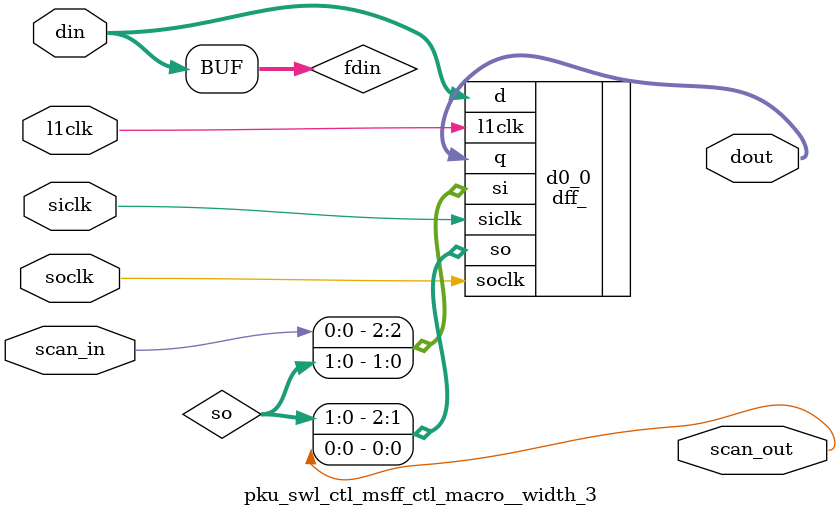
<source format=v>
module pku_swl_ctl (
  tlu_halted, 
  dec_block_store_stall, 
  dec_ierr_d, 
  tcu_do_mode, 
  lsu_pku_pmen, 
  spc_core_running_status, 
  lsu_spec_enable, 
  ifu_ibuffer_write_c, 
  ifu_buf0_inst, 
  lsu_stb_alloc, 
  lsu_stb_dealloc, 
  lsu_block_store_kill, 
  swl_divide_wait_all, 
  fgu_divide_completion, 
  ifu_buf0_valid_p, 
  ifu_upper_buffer_valid_p, 
  pku_raw_pick_p, 
  tlu_flush_ifu, 
  tlu_retry_state, 
  dec_valid_d, 
  dec_decode_d, 
  dec_true_valid_e, 
  lsu_sync, 
  lsu_complete, 
  dec_br_taken_e, 
  l2clk, 
  scan_in, 
  tcu_pce_ov, 
  spc_aclk, 
  spc_bclk, 
  tcu_scan_en, 
  swl_ready_p, 
  swl_spec_ready_p, 
  pku_inst_cnt_brtaken0, 
  pku_inst_cnt_brtaken1, 
  pku_annul_ds_dcti_brtaken0_e, 
  pku_annul_ds_dcti_brtaken1_e, 
  pku_load_flush_w, 
  pku_flush_upper_buffer, 
  pku_flush_buffer0, 
  pku_valid_e, 
  pku_flush_m, 
  pku_flush_b, 
  pku_flush_lm, 
  pku_flush_lb, 
  pku_flush_f1, 
  pku_flush_f2, 
  pku_ds_e, 
  swl_divide_wait, 
  swl_cancel_pick_p, 
  pku_quiesce, 
  scan_out, 
  pku_lsu_p, 
  pku_fgu_p, 
  pku_pdist_p, 
  pku_twocycle_p, 
  pku_idest_p, 
  pku_fdest_p, 
  pku_fsrc_rd_p, 
  pku_isrc_rs1_p, 
  pku_isrc_rs2_p, 
  pku_isrc_rd_p);
wire l1clk;
wire spares_scanin;
wire spares_scanout;
wire pce_ov;
wire stop;
wire siclk;
wire soclk;
wire se;
wire illegal_p;
wire [31:0] i;
wire isrc_rs1_u;
wire isrc_rs2_u;
wire isrc_rd_u;
wire idest_u;
wire fsrc_rs1_u;
wire fsrc_rs2_u;
wire fsrc_rd_u;
wire fdest_u;
wire fgu_u;
wire dcti_u;
wire specbr_u;
wire specld_u;
wire specfp_u;
wire lsu_u;
wire postsync_u;
wire div_u;
wire pdist_u;
wire condbr_u;
wire callclass_u;
wire fccsrc_u;
wire fsrsync_u;
wire twocycle_u;
wire bkick_u;
wire fbkick_u;
wire fccdest_u;
wire fpdest_single_u;
wire fpdest_double_u;
wire fpsrc_single_u;
wire fpsrc_double_u;
wire store_u;
wire windowsync_u;
wire fsrc_rs1_p;
wire fsrc_rs2_p;
wire dcti_p;
wire specbr_p;
wire specld_p;
wire specfp_p;
wire postsync_p;
wire do_mode_f;
wire div_p;
wire condbr_p;
wire callclass_p;
wire fccsrc_p;
wire fsrsync_p;
wire bkick_p;
wire fbkick_p;
wire fccdest_p;
wire fpdest_single_p;
wire fpdest_double_p;
wire fpsrc_single_p;
wire fpsrc_double_p;
wire store_p;
wire windowsync_p;
wire do_modef_scanin;
wire do_modef_scanout;
wire l1clk_pm1;
wire [4:0] rs1;
wire [4:0] rs2;
wire [4:0] rd;
wire annul;
wire vld_p;
wire vld_1;
wire valid;
wire vld_d;
wire vld_e;
wire vld_m;
wire vld_b;
wire vld_w;
wire vld_f4;
wire vld_f5;
wire vld_fb;
wire lsu_sync_wait;
wire pick_clken;
wire vldraw_d;
wire vldraw_e;
wire vldraw_m;
wire ext_flush;
wire thread_active;
wire l1clk_pm2;
wire active_clken;
wire external_flushf_scanin;
wire external_flushf_scanout;
wire lsu_ext_flush_in;
wire lsu_ext_flushf_scanin;
wire lsu_ext_flushf_scanout;
wire lsu_ext_flush_w;
wire divide_wait_outstanding;
wire fpdouble_wait;
wire fpdest_single_d;
wire fpdest_single_e;
wire fpdest_single_m;
wire lsu_b;
wire fpdest_single_b;
wire lsu_w;
wire fpdest_single_w;
wire lsu_f4;
wire fpdest_single_f4;
wire fpdouble_cancel;
wire lsu_f5;
wire fpdest_single_f5;
wire fpsingle_wait;
wire fpdest_double_d;
wire fpdest_double_e;
wire fpdest_double_m;
wire fpdest_double_b;
wire fpdest_double_w;
wire fpdest_double_f4;
wire fpsingle_cancel;
wire fpdest_double_f5;
wire fccdep_wait;
wire fccdest_d;
wire fccdest_e;
wire fccdest_m;
wire fccdep_cancel;
wire fccdest_b;
wire fsrsync_wait;
wire fgu_d;
wire fgu_e;
wire fgu_m;
wire fgu_b;
wire fgu_w;
wire fsrsync_cancel;
wire check_rs1_d;
wire idest_d;
wire specld_d;
wire fdest_d;
wire check_rs2_d;
wire check_rd_d;
wire check_rs1_e;
wire idest_e;
wire specld_e;
wire fdest_e;
wire check_rs2_e;
wire check_rd_e;
wire check_rs1_m;
wire fdest_m;
wire check_rs2_m;
wire check_rd_m;
wire check_rs1_b;
wire fdest_b;
wire check_rs2_b;
wire check_rd_b;
wire check_rs1_w;
wire fdest_w;
wire check_rs2_w;
wire check_rd_w;
wire cmp_rs1_rd_d;
wire [4:0] rd_d;
wire cmp_rs2_rd_d;
wire cmp_rd_rd_d;
wire cmp_rs1_rd_e;
wire [4:0] rd_e;
wire cmp_rs2_rd_e;
wire cmp_rd_rd_e;
wire cmp_rs1_rd_m;
wire [4:0] rd_m;
wire cmp_rs2_rd_m;
wire cmp_rd_rd_m;
wire cmp_rs1_rd_b;
wire [4:0] rd_b;
wire cmp_rs2_rd_b;
wire cmp_rd_rd_b;
wire cmp_rs1_rd_w;
wire [4:0] rd_w;
wire cmp_rs2_rd_w;
wire cmp_rd_rd_w;
wire dependent_cancel;
wire wait_rs1_d;
wire wait_rs2_d;
wire wait_rd_d;
wire wait_rs1_e;
wire wait_rs2_e;
wire wait_rd_e;
wire wait_rd_m;
wire wait_rd_b;
wire dependent_wait;
wire tlu_retryf_scanin;
wire tlu_retryf_scanout;
wire retry_state;
wire block_store_stallf_scanin;
wire block_store_stallf_scanout;
wire [1:0] block_store_stall;
wire full_scnt;
wire lsu_sync_raw_w;
wire dcti_d;
wire dcti_e;
wire any_twocycle_m;
wire divide_wait1;
wire stb_cancel;
wire ldst_sync_single;
wire ldst_sync_ldfsr;
wire restore_scnt;
wire pick_raw_p;
wire pick_p;
wire actual_pick_p;
wire flush_p;
wire actual_raw_pick_p;
wire rawflush_p;
wire set_postsync;
wire clear_postsync;
wire postsync_d;
wire flush_d;
wire postsync_e;
wire flush_e;
wire bkick_w;
wire fbkick_fb;
wire br_mispredict_m;
wire callclass_m;
wire bkick_m;
wire postsync_in;
wire post_sync;
wire post_syncf_scanin;
wire post_syncf_scanout;
wire spec_enf_scanin;
wire spec_enf_scanout;
wire spec_en;
wire active_threadf_scanin;
wire active_threadf_scanout;
wire set_postsync_ns;
wire clear_postsync_ns;
wire specbr_m;
wire specld_b;
wire fpvld_w2;
wire lsu_sync_w;
wire postsync_ns_in;
wire postsync_ns;
wire postsync_nsf_scanin;
wire postsync_nsf_scanout;
wire set_dep_wait;
wire clear_dep_wait;
wire dep_wait_in;
wire set_dcti_wait;
wire clear_dcti_wait;
wire dcti_wait_in;
wire set_dcti_couple_wait;
wire clear_dcti_couple_wait;
wire dcti_couple_wait_in;
wire flush_div;
wire div_d;
wire div_e;
wire set_divide_wait_in;
wire clear_divide_wait_in;
wire divide_wait_in;
wire divide_waitf_scanin;
wire divide_waitf_scanout;
wire divide_wait1f_scanin;
wire divide_wait1f_scanout;
wire otherdivide_wait_in;
wire lsu_completef_scanin;
wire lsu_completef_scanout;
wire lsu_complete_d1;
wire lsu_complete_d2;
wire set_lsu_sync_wait;
wire clear_lsu_sync_wait;
wire lsu_sync_wait_in;
wire lsu_sync_waitf_scanin;
wire lsu_sync_waitf_scanout;
wire clear_lsu_sync_single;
wire ldst_sync_single_in;
wire ldst_sync_singlef_scanin;
wire ldst_sync_singlef_scanout;
wire clear_lsu_sync_ldfsr;
wire fsrsync_w;
wire specld_w;
wire idest_w;
wire ldst_sync_ldfsr_in;
wire ldst_sync_ldfsrf_scanin;
wire ldst_sync_ldfsrf_scanout;
wire br_flush1_in;
wire br_mispredict_e;
wire brflush1_f_scanin;
wire brflush1_f_scanout;
wire br_flush1;
wire br_flush2_in;
wire brflush2_f_scanin;
wire brflush2_f_scanout;
wire brflush2;
wire not_annul_ds1_in;
wire annul_ds_dcti_e;
wire not_annul_ds1_f_scanin;
wire not_annul_ds1_f_scanout;
wire not_annul_ds1;
wire not_annul_ds2_in;
wire not_annul_ds2_f_scanin;
wire not_annul_ds2_f_scanout;
wire not_annul_ds2;
wire store_ds1_in;
wire pick_store_d;
wire store_ds1_f_scanin;
wire store_ds1_f_scanout;
wire store_ds1;
wire store_ds2_in;
wire store_ds2_f_scanin;
wire store_ds2_f_scanout;
wire store_ds2;
wire store_ds;
wire pick_store_p;
wire late_flush_p;
wire pickstoref_scanin;
wire pickstoref_scanout;
wire alloc_scnt;
wire dealloc_scnt;
wire inc_scnt_raw;
wire dec_scnt_raw;
wire hold_scnt_raw;
wire annul_store_in;
wire annul_store_f_scanin;
wire annul_store_f_scanout;
wire annul_store_d;
wire inc_scnt;
wire dec1_scnt;
wire hold_scnt;
wire dec2_scnt;
wire inc2_ccnt;
wire inc_ccnt_raw;
wire inc1_ccnt;
wire hold_ccnt_raw;
wire hold_ccnt;
wire dec_ccnt_raw;
wire dec1_ccnt;
wire [3:0] ccnt_in;
wire [3:0] ccnt;
wire [3:0] scnt_in;
wire [3:0] scnt;
wire scnt_f_scanin;
wire scnt_f_scanout;
wire alloc_ccnt;
wire dealloc_ccnt;
wire [3:0] ccnt_raw_in;
wire ccnt_f_scanin;
wire ccnt_f_scanout;
wire stb_wait_in;
wire rdy_in;
wire spec_in;
wire vld_d_in;
wire specbr_d_in;
wire specld_d_in;
wire vld_e_in;
wire specbr_e_in;
wire specld_e_in;
wire vld_m_in;
wire specld_m_in;
wire vld_b_in;
wire specld_b_in;
wire vld_w_in;
wire specld_w_in;
wire ready_in;
wire readyf_scanin;
wire readyf_scanout;
wire spec_ready_in;
wire spec_readyf_scanin;
wire spec_readyf_scanout;
wire allds_actual_p;
wire allds_p;
wire allds_is_p;
wire allds_actual_d;
wire allds_d;
wire allds_is_d;
wire allds_p_in;
wire allds_p_f_scanin;
wire allds_p_f_scanout;
wire allds_d_in;
wire allds_d_f_scanin;
wire allds_d_f_scanout;
wire allds_e_in;
wire allds_e_f_scanin;
wire allds_e_f_scanout;
wire set_vld_d;
wire clear_vld_d;
wire vld_df_scanin;
wire vld_df_scanout;
wire vld_ef_scanin;
wire vld_ef_scanout;
wire valid_e;
wire valid_e_in;
wire valid_ef_scanin;
wire valid_ef_scanout;
wire vld_mf_scanin;
wire vld_mf_scanout;
wire flush_m;
wire vld_bf_scanin;
wire vld_bf_scanout;
wire flush_b;
wire vld_wf_scanin;
wire vld_wf_scanout;
wire fpvld_w1_in;
wire specfp_w;
wire fpvld_w1f_scanin;
wire fpvld_w1f_scanout;
wire fpvld_w1;
wire fpvld_w2_in;
wire fpvld_w2f_scanin;
wire fpvld_w2f_scanout;
wire set_vldraw_d;
wire clear_vldraw_d;
wire rawflush_d;
wire vldraw_d_in;
wire vldraw_df_scanin;
wire vldraw_df_scanout;
wire vldraw_e_in;
wire vldraw_ef_scanin;
wire vldraw_ef_scanout;
wire vldraw_m_in;
wire vldraw_mf_scanin;
wire vldraw_mf_scanout;
wire annul_ds_dcti_mf_scanin;
wire annul_ds_dcti_mf_scanout;
wire annul_ds_dcti_m;
wire vldcnt_e_brtaken0_in;
wire vldcnt_e_brtaken1_in;
wire vldcnt_m_in;
wire vld_f4_in;
wire flush_w;
wire vld_f4f_scanin;
wire vld_f4f_scanout;
wire vld_f5_in;
wire flush_f4;
wire vld_f5f_scanin;
wire vld_f5f_scanout;
wire vld_fb_in;
wire flush_f5;
wire vld_fbf_scanin;
wire vld_fbf_scanout;
wire any_twocycle_p;
wire [23:0] data_d_in;
wire [23:0] data_d;
wire data_df_scanin;
wire data_df_scanout;
wire any_twocycle_d;
wire bkick_d;
wire lsu_d;
wire fbkick_d;
wire specfp_d;
wire condbr_d;
wire callclass_d;
wire annul_d;
wire specbr_d;
wire specld_m;
wire rdf_scanin;
wire rdf_scanout;
wire anytwocyclef_scanin;
wire anytwocyclef_scanout;
wire any_twocycle_e;
wire specldf_scanin;
wire specldf_scanout;
wire postsyncf_scanin;
wire postsyncf_scanout;
wire divf_scanin;
wire divf_scanout;
wire dctif_scanin;
wire dctif_scanout;
wire specbref_scanin;
wire specbref_scanout;
wire specbr_e;
wire specbrmf_scanin;
wire specbrmf_scanout;
wire annulf_scanin;
wire annulf_scanout;
wire annul_e;
wire callclassf_scanin;
wire callclassf_scanout;
wire callclass_e;
wire condbrf_scanin;
wire condbrf_scanout;
wire condbr_e;
wire idestf_scanin;
wire idestf_scanout;
wire idest_m;
wire idest_b;
wire fdestf_scanin;
wire fdestf_scanout;
wire specfpf_scanin;
wire specfpf_scanout;
wire specfp_e;
wire specfp_m;
wire specfp_b;
wire fbkickf_scanin;
wire fbkickf_scanout;
wire fbkick_e;
wire fbkick_m;
wire fbkick_b;
wire fbkick_w;
wire fbkick_f4;
wire fbkick_f5;
wire fgu_d_in;
wire fguf_scanin;
wire fguf_scanout;
wire bkickf_scanin;
wire bkickf_scanout;
wire bkick_e;
wire bkick_b;
wire fpdest_doublef_scanin;
wire fpdest_doublef_scanout;
wire fpdest_singlef_scanin;
wire fpdest_singlef_scanout;
wire fccdestf_scanin;
wire fccdestf_scanout;
wire lsu_d_in;
wire lsuf_scanin;
wire lsuf_scanout;
wire lsu_e;
wire lsu_m;
wire lsu_sync_early;
wire lsu_sync_in;
wire lsu_syncf_scanin;
wire lsu_syncf_scanout;
wire lsu_sync_raw_in;
wire lsu_sync_rawf_scanin;
wire lsu_sync_rawf_scanout;
wire flush_f3;
wire br_mispredict_m_in;
wire br_mispredict_mf_scanin;
wire br_mispredict_mf_scanout;
wire flush_m_in;
wire flush_mf_scanin;
wire flush_mf_scanout;
wire [6:0] i_unused;


input tlu_halted;		// put thread in halt state by gating off ready signals

input dec_block_store_stall;	// there is a block store stall in effect at the d stage for this thread

input dec_ierr_d;		// an inst error has occured at d stage: illegal, parity or ifetch error

input tcu_do_mode;

input lsu_pku_pmen;		// power management enable for pku

input spc_core_running_status;	// thread is active
input lsu_spec_enable;    	// enable speculation; assume this is serializing (if not pipeline it)

input ifu_ibuffer_write_c;	// ifu is writing 1 or more instructions into the ibuffers
input [31:0] ifu_buf0_inst;	// oldest instruction at pick 

input lsu_stb_alloc;	  	// lsu has allocated store in stb; sent in b_stage; increment ccnt by 1
input lsu_stb_dealloc;    	// lsu is deallocating store in stb; decrement sscnt,ccnt by 1
input lsu_block_store_kill;  	// error occured during block store; use this to set scnt=ccnt=0

input [7:0] swl_divide_wait_all;  // divide block for all threads (cycle detected) 

input fgu_divide_completion;	  // divide completion for any thread


//input ibuffer_write;		// any write to the ibuffer (C stage)  - REMOVED because it didn't make timing

input ifu_buf0_valid_p;		// ifu_buf0_valid_p for instruction buffer
input ifu_upper_buffer_valid_p;	// ifu_upper_buffer_valid_p for instruction buffer


input pku_raw_pick_p;  		// unqualified pick for this thread
input tlu_flush_ifu;		// flush this thread (traps)

input tlu_retry_state;		// IF the first part of a retry, must let it go even in dcti w/out DS (part of address optimization)
input dec_valid_d;		// inst is valid at decode for relevant TG
input dec_decode_d;		// decoded inst at decode for relevant TG

input dec_true_valid_e;		// take illegals and other exceptions into account

input lsu_sync;			// lsu needs thread to resync due to dcache_miss, ASI register access, etc.
input lsu_complete;	        // completion of lsu sync event

input dec_br_taken_e;		// br is taken for e stage (br mispredict)

input l2clk;
input scan_in;
input tcu_pce_ov;		// scan signals
input spc_aclk;
input spc_bclk;
input tcu_scan_en;

output swl_ready_p;		// non-speculative ready state
output swl_spec_ready_p;	// speculative ready state, past a br or load


output [1:0] pku_inst_cnt_brtaken0; 	// count of inst at e,m,b pipe stages (to dec)
output [1:0] pku_inst_cnt_brtaken1; 	// count of inst at e,m,b pipe stages (to dec)

output pku_annul_ds_dcti_brtaken0_e;	// the DS of the dcti at e stage is annulled
output pku_annul_ds_dcti_brtaken1_e;	// the DS of the dcti at e stage is annulled

output pku_load_flush_w; 	// lsu flush to fetch (fetch the npc of the load)

output pku_flush_upper_buffer;	// flush signals directly off a flop to IB's
output pku_flush_buffer0;       // kill valid for buffer 0 ALSO force shift of IB's

output pku_valid_e;		// this thread has a valid instruction at the e stage (to dec)

output pku_flush_m;		// tell trap to flush m
output pku_flush_b;		// tell trap to flush b

output pku_flush_lm;		// flush signals unique to the lsu
output pku_flush_lb;

output pku_flush_f1;		// flush signals unique to the fgu
output pku_flush_f2;

output pku_ds_e;		// the instruction at e stage is a DS

output swl_divide_wait; 	// this thread is waiting on divide; send out to all other threads

output swl_cancel_pick_p; 	// cancel pick of this thread due to hazard

output pku_quiesce;		// quiesce signal for tlu

output scan_out;


output pku_lsu_p;		// predecodes for the decode unit (for timing)
output pku_fgu_p;
output pku_pdist_p;
output pku_twocycle_p;
output pku_idest_p;
output pku_fdest_p;
output pku_fsrc_rd_p;
output pku_isrc_rs1_p;
output pku_isrc_rs2_p;
output pku_isrc_rd_p;

// l1clk: no power management; clock always runs

pku_swl_ctl_l1clkhdr_ctl_macro clkgen (
 .l1en (1'b1 ),
 .l1clk(l1clk),
  .l2clk(l2clk),
  .pce_ov(pce_ov),
  .stop(stop),
  .se(se)
);

pku_swl_ctl_spare_ctl_macro__num_4 spares  (
	.scan_in(spares_scanin),
	.scan_out(spares_scanout),
	.l1clk	(l1clk),
  .siclk(siclk),
  .soclk(soclk)
);

// scan renames
assign pce_ov = tcu_pce_ov;
assign stop = 1'b0;
assign siclk = spc_aclk;
assign soclk = spc_bclk;
assign se = tcu_scan_en;
// end scan

// all illegals are mapped to this before they are written into the icache
assign illegal_p = ~i[31] & ~i[30] & ~i[24] & ~i[23] & ~i[22];

// --- autogenerated by n2decode view=pku Wed Aug 10 15:04:21 CDT 2005

assign isrc_rs1_u = (i[31]&!i[21]&i[20]&!i[19]) | (i[31]&!i[21]&!i[17]&i[16]) | (
    i[31]&!i[21]&!i[19]&!i[16]&!i[13]) | (i[31]&!i[22]&!i[20]&!i[19]
    &!i[13]&!i[12]&!i[6]&!i[5]) | (i[31]&!i[22]&i[20]&!i[12]&!i[11]&!i[10]) | (
    i[31]&!i[28]&!i[22]&!i[19]&i[13]) | (i[31]&!i[26]&!i[22]&!i[19]&i[13]) | (
    !i[30]&!i[24]&i[23]&i[22]) | (i[31]&i[21]&i[20]&i[19]) | (i[31]&i[22]
    &!i[20]&i[19]) | (i[31]&i[23]&!i[21]&i[20]) | (!i[30]&i[23]&i[22]
    &!i[20]) | (i[31]&!i[23]&!i[22]) | (i[31]&!i[24]) | (i[31]&i[30]) | (
    i[31]&i[19]&!i[9]&i[7]);

assign isrc_rs2_u = (i[31]&i[30]&i[24]&i[22]&!i[19]) | (i[31]&!i[22]&!i[21]
    &!i[19]&!i[13]) | (i[31]&i[23]&i[22]&!i[21]&!i[13]) | (i[31]&i[23]
    &i[22]&!i[20]&!i[13]) | (i[31]&!i[22]&i[20]&!i[13]&!i[12]&!i[11]
    &!i[10]) | (i[31]&!i[23]&i[21]&!i[13]) | (i[31]&i[30]&!i[13]) | (
    i[31]&!i[24]&!i[13]) | (i[31]&!i[23]&!i[22]&!i[13]);

assign isrc_rd_u = (i[31]&i[30]&i[22]&i[21]&i[20]) | (i[31]&i[30]&i[22]&i[21]
    &!i[19]) | (i[31]&i[30]&!i[24]&!i[22]&i[21]);

assign idest_u = (i[31]&!i[30]&!i[23]&i[20]&!i[19]) | (i[31]&!i[30]&!i[23]&!i[19]
    &!i[17]) | (i[31]&!i[30]&!i[23]&!i[20]&i[19]) | (i[31]&!i[30]&!i[13]
    &!i[11]&!i[10]&i[9]) | (i[31]&!i[30]&!i[22]&i[21]&i[20]&!i[12]&!i[11]
    &!i[9]) | (i[31]&!i[30]&i[22]&i[21]&i[16]) | (i[30]&i[24]&i[22]&!i[19]) | (
    i[30]&!i[24]&i[22]&i[19]) | (i[31]&!i[30]&!i[23]&!i[19]&!i[16]) | (
    i[30]&!i[24]&!i[21]) | (i[24]&i[23]&i[22]&!i[20]&!i[19]) | (i[31]
    &!i[30]&i[22]&i[21]&i[19]) | (!i[30]&!i[23]&!i[22]) | (i[31]&!i[30]
    &!i[24]) | (!i[31]&i[30]);

assign fsrc_rs1_u = (i[31]&!i[30]&!i[13]&!i[11]&i[10]&i[9]&!i[7]&!i[6]) | (
    i[31]&!i[30]&!i[13]&!i[12]&i[9]&!i[8]&i[5]) | (i[31]&!i[30]&i[20]
    &!i[13]&i[10]&!i[9]&i[8]) | (i[31]&!i[30]&i[20]&!i[13]&i[11]&!i[9]
    &i[8]&!i[5]) | (i[31]&!i[30]&!i[19]&!i[13]&i[11]&i[10]&i[7]&!i[6]) | (
    i[31]&!i[30]&i[20]&!i[13]&i[11]&!i[7]&i[6]) | (i[31]&!i[30]&i[20]
    &!i[19]&!i[13]&!i[11]&i[10]&!i[5]) | (i[31]&!i[30]&!i[22]&!i[20]
    &!i[19]&!i[13]&!i[12]&i[11]) | (i[31]&!i[30]&!i[13]&!i[12]&i[11]&i[9]
    &!i[8]);

assign fsrc_rs2_u = (i[31]&!i[30]&!i[13]&i[11]&i[8]&!i[6]) | (i[31]&!i[30]&!i[13]
    &i[11]&!i[8]&i[6]) | (i[31]&!i[30]&!i[13]&i[11]&i[9]&!i[7]) | (i[31]
    &!i[30]&!i[13]&i[11]&!i[9]&i[7]) | (i[31]&!i[30]&!i[22]&!i[13]&i[11]
    &!i[10]) | (i[31]&!i[30]&!i[19]&!i[13]&!i[11]&i[10]) | (i[31]&!i[30]
    &i[24]&i[23]&!i[22]&i[21]&!i[20]);

assign fsrc_rd_u = (i[31]&i[30]&i[24]&!i[22]&i[21]&!i[19]) | (i[31]&i[30]&i[24]
    &i[21]&i[20]&i[19]);

assign fdest_u = (i[31]&!i[30]&!i[13]&i[10]&i[9]) | (i[31]&!i[30]&i[24]&i[23]
    &!i[22]&i[21]&!i[20]&!i[9]) | (i[31]&!i[30]&!i[22]&!i[19]&!i[13]
    &i[11]) | (i[31]&i[30]&i[24]&!i[21]&i[20]) | (i[31]&i[30]&i[24]&!i[21]
    &!i[19]);

assign fgu_u = (i[31]&!i[30]&!i[13]&i[12]&i[5]) | (i[31]&!i[30]&!i[13]&i[9]&i[8]) | (
    i[31]&i[24]&!i[23]&i[22]&i[21]&i[20]&!i[19]) | (i[31]&!i[30]&!i[22]
    &!i[13]&i[11]) | (i[31]&!i[30]&!i[22]&!i[13]&i[10]) | (i[31]&!i[30]
    &i[22]&i[21]&!i[20]&i[19]) | (i[31]&!i[30]&i[24]&i[23]&i[21]&!i[20]) | (
    i[31]&i[30]&i[24]&!i[22]&i[21]) | (i[31]&!i[30]&!i[24]&i[22]&i[19]) | (
    i[31]&!i[30]&!i[24]&i[22]&i[20]) | (i[31]&i[24]&!i[22]&i[21]&!i[20]
    &!i[19]);

assign dcti_u = (i[24]&i[23]&i[22]&!i[21]&!i[20]) | (!i[31]&i[23]) | (!i[31]
    &i[22]) | (!i[31]&i[30]);

assign specbr_u = (!i[31]&!i[30]&i[22]) | (!i[31]&!i[30]&i[23]);

assign specld_u = (i[31]&i[30]&!i[21]);

assign specfp_u = (i[31]&!i[30]&!i[13]&i[12]&i[5]) | (i[31]&!i[30]&!i[13]&i[10]
    &i[9]) | (i[31]&!i[30]&!i[22]&!i[13]&i[11]) | (i[31]&!i[30]&i[24]
    &i[23]&!i[22]&i[21]&!i[20]);

assign lsu_u = (i[31]&i[24]&!i[23]&i[22]&i[20]&!i[19]&i[16]) | (i[31]&i[24]
    &!i[23]&i[22]&!i[21]&!i[17]&i[16]) | (i[31]&i[24]&!i[23]&i[22]&!i[21]
    &!i[20]&i[19]) | (i[31]&i[24]&!i[23]&i[22]&!i[21]&!i[19]&!i[16]) | (
    i[31]&i[24]&i[23]&!i[22]&!i[21]&i[20]) | (i[31]&!i[28]&i[24]&i[23]
    &!i[22]&!i[21]&!i[19]) | (i[31]&i[24]&i[23]&i[20]&i[19]) | (i[31]
    &i[29]&i[24]&i[23]&!i[22]&!i[21]) | (i[31]&i[24]&!i[23]&i[22]&!i[21]
    &i[1]) | (i[31]&i[24]&!i[23]&i[22]&!i[21]&i[5]) | (i[31]&i[24]&!i[23]
    &i[22]&!i[21]&i[6]) | (i[31]&i[30]);

assign postsync_u = (i[31]&i[24]&i[22]&!i[21]&!i[20]&i[6]) | (i[31]&i[24]&i[22]
    &!i[21]&!i[20]&i[5]) | (i[31]&i[24]&i[22]&!i[21]&!i[20]&i[1]) | (
    i[31]&i[24]&i[22]&!i[21]&!i[20]&!i[17]) | (i[31]&i[24]&i[22]&!i[21]
    &!i[20]&!i[15]) | (i[31]&i[24]&i[20]&!i[19]&!i[13]&!i[11]&i[10]&!i[9]) | (
    i[31]&!i[30]&!i[28]&i[24]&i[23]&!i[21]&!i[20]) | (i[24]&i[23]&i[22]
    &i[21]) | (i[31]&!i[30]&!i[26]&i[24]&i[23]&!i[21]&!i[20]) | (i[31]
    &!i[30]&i[24]&!i[23]&!i[22]&i[21]&!i[20]&!i[19]) | (i[31]&!i[30]
    &i[24]&i[23]&!i[22]&!i[21]&i[20]) | (i[31]&i[24]&!i[23]&i[22]&i[20]
    &!i[19]) | (i[24]&i[23]&i[22]&!i[20]) | (i[31]&!i[30]&i[22]&!i[21]
    &i[19]) | (i[30]&i[24]&!i[20]&i[19]) | (i[30]&i[22]&i[21]&i[19]) | (
    i[31]&!i[30]&!i[24]&i[22]&!i[21]&i[20]) | (!i[31]&i[30]);

assign div_u = (i[31]&!i[30]&!i[20]&!i[19]&!i[13]&!i[11]&i[10]) | (i[31]&!i[30]
    &!i[20]&!i[13]&i[8]&i[7]) | (i[31]&!i[30]&!i[23]&i[22]&i[21]&!i[20]
    &i[19]) | (i[31]&!i[30]&!i[24]&i[22]&i[21]&i[20]);

assign pdist_u = (i[31]&!i[30]&!i[13]&!i[11]&i[9]&i[8]&i[7]&!i[5]);

assign condbr_u = (!i[31]&!i[30]&i[27]&i[22]) | (!i[31]&!i[30]&i[25]&i[22]) | (
    !i[31]&!i[30]&i[26]&i[22]) | (!i[31]&!i[30]&i[27]&i[23]) | (!i[31]
    &!i[30]&i[25]&i[23]) | (!i[31]&!i[30]&i[26]&i[23]);

assign callclass_u = (i[24]&i[23]&i[22]&!i[21]&!i[20]) | (!i[31]&i[30]);

assign fccsrc_u = (!i[30]&i[24]&i[23]&!i[22]&i[21]&i[19]&!i[13]&!i[9]&!i[7]) | (
    !i[30]&i[24]&!i[23]&i[22]&i[21]&!i[20]&!i[19]&!i[18]) | (!i[31]&!i[30]
    &i[24]&i[23]) | (!i[31]&!i[30]&i[24]&i[22]);

assign fsrsync_u = (i[31]&!i[30]&!i[13]&!i[11]&i[9]&i[8]&i[7]&!i[5]) | (i[31]
    &i[30]&i[24]&!i[22]&!i[20]&i[19]);

assign twocycle_u = (i[31]&i[30]&i[24]&i[22]&!i[19]) | (i[31]&i[30]&!i[24]&!i[22]
    &i[21]&i[20]&i[19]);

assign bkick_u = (i[31]&i[24]&!i[23]&i[22]&!i[21]&i[20]&i[19]) | (i[31]&i[24]
    &i[23]&!i[21]&!i[20]&i[19]) | (i[31]&i[30]&i[24]&!i[22]&!i[20]&i[19]);

assign fbkick_u = (i[31]&!i[30]&i[20]&!i[19]&!i[13]&!i[11]&i[10]&!i[9]) | (
    i[31]&i[24]&!i[23]&i[22]&i[21]&i[20]&!i[19]) | (i[31]&!i[30]&i[24]
    &!i[23]&!i[22]&i[21]&!i[20]&!i[19]) | (!i[30]&i[24]&i[23]&i[22]&i[21]
    &!i[20]) | (i[31]&!i[30]&!i[24]&i[22]&!i[21]&i[19]) | (i[31]&!i[30]
    &!i[24]&i[22]&!i[21]&i[20]);

assign fccdest_u = (i[31]&!i[30]&i[19]&!i[13]&i[9]);

assign fpdest_single_u = (i[31]&!i[30]&!i[19]&!i[13]&i[12]&i[7]) | (i[31]&!i[30]
    &!i[13]&i[9]&i[8]&i[6]&i[5]) | (i[31]&!i[30]&!i[13]&i[9]&i[8]&i[7]
    &i[5]) | (i[31]&!i[30]&!i[20]&!i[13]&!i[11]&i[10]&i[5]) | (i[31]
    &!i[30]&!i[22]&!i[19]&!i[13]&i[12]&i[11]&!i[8]) | (i[31]&!i[30]&!i[19]
    &!i[13]&i[11]&!i[8]&i[5]) | (i[31]&i[24]&i[23]&!i[22]&!i[20]&i[19]
    &!i[9]&i[5]) | (i[31]&!i[30]&!i[20]&!i[19]&!i[13]&!i[12]&!i[10]&i[5]) | (
    i[31]&!i[30]&i[20]&!i[13]&i[11]&i[10]&i[5]) | (i[31]&i[30]&i[24]
    &!i[22]&!i[19]);

assign fpdest_double_u = (i[31]&!i[30]&!i[22]&!i[20]&!i[19]&!i[13]&i[12]&!i[9]
    &!i[7]) | (i[31]&!i[30]&i[19]&!i[13]&i[9]) | (i[31]&!i[30]&!i[20]
    &!i[19]&!i[13]&i[11]&i[10]) | (i[31]&i[24]&!i[22]&i[19]&!i[13]&i[6]) | (
    i[31]&!i[30]&!i[13]&i[10]&i[9]&!i[5]) | (i[31]&!i[30]&!i[13]&!i[11]
    &i[10]&i[9]&!i[7]&!i[6]) | (i[31]&!i[30]&i[20]&!i[13]&i[11]&!i[10]
    &i[8]) | (i[31]&!i[30]&!i[13]&!i[11]&i[10]&i[9]&!i[8]) | (i[31]&!i[30]
    &i[24]&i[23]&!i[22]&i[21]&!i[20]&!i[11]&i[6]) | (i[31]&i[30]&i[24]
    &i[20]&i[19]) | (i[31]&!i[30]&!i[22]&!i[13]&!i[12]&i[11]&!i[5]);

assign fpsrc_single_u = (i[31]&!i[30]&!i[22]&!i[13]&i[12]&i[11]&!i[6]) | (i[31]
    &!i[30]&!i[13]&!i[11]&i[10]&i[9]&!i[6]&!i[5]) | (i[31]&!i[30]&!i[13]
    &i[10]&i[8]&!i[7]&!i[6]&i[5]) | (i[31]&!i[30]&!i[13]&i[11]&!i[8]&i[6]
    &i[5]) | (i[31]&!i[30]&!i[13]&i[11]&!i[7]&i[6]&i[5]) | (i[31]&!i[30]
    &!i[13]&i[10]&!i[8]&i[7]&!i[6]&i[5]) | (i[31]&!i[30]&!i[13]&i[11]
    &i[7]&!i[6]&i[5]) | (i[31]&!i[30]&!i[13]&i[11]&!i[9]&i[8]&i[5]) | (
    i[31]&!i[30]&!i[13]&i[9]&!i[8]&!i[7]&i[5]) | (i[31]&i[24]&i[23]&!i[22]
    &i[21]&!i[20]&i[5]) | (i[31]&i[30]&i[24]&!i[22]&!i[19]);

assign fpsrc_double_u = (i[31]&!i[30]&!i[13]&!i[11]&i[8]&i[7]) | (i[31]&!i[30]
    &!i[13]&!i[11]&i[10]&i[8]&i[6]) | (i[31]&!i[30]&!i[13]&i[10]&!i[9]
    &i[8]&!i[5]) | (i[31]&!i[30]&!i[22]&!i[13]&!i[11]&i[10]&!i[8]&!i[7]
    &!i[6]) | (i[31]&!i[30]&!i[13]&i[10]&i[7]&!i[6]&!i[5]) | (i[31]&!i[30]
    &i[20]&!i[13]&i[11]&i[8]&!i[6]&!i[5]) | (i[31]&!i[30]&!i[13]&!i[11]
    &i[10]&i[7]&i[6]) | (i[31]&!i[30]&!i[13]&i[10]&!i[7]&i[6]&!i[5]) | (
    i[31]&!i[30]&!i[13]&i[11]&i[9]&!i[8]&!i[5]) | (i[31]&!i[30]&!i[13]
    &i[11]&!i[9]&i[6]&!i[5]) | (i[31]&!i[30]&i[24]&i[23]&!i[22]&i[21]
    &!i[20]&!i[11]&!i[5]) | (i[31]&i[30]&i[24]&i[20]&i[19]);

assign store_u = (i[31]&!i[30]&!i[26]&i[24]&i[23]&!i[22]&!i[21]&!i[19]) | (
    i[31]&i[30]&i[21]&!i[19]) | (i[31]&!i[30]&!i[28]&i[24]&i[23]&!i[22]
    &!i[21]&!i[19]) | (i[31]&!i[30]&i[24]&i[23]&!i[22]&!i[21]&i[20]) | (
    i[31]&i[30]&!i[22]&i[21]) | (i[31]&i[30]&!i[24]&i[21]);

assign windowsync_u = (i[31]&i[24]&!i[23]&i[22]&!i[21]&i[20]&i[19]) | (!i[30]
    &i[24]&i[23]&i[22]&i[21]&!i[20]) | (!i[30]&i[24]&i[23]&i[22]&!i[20]
    &i[19]);

// end autogeneration


assign pku_isrc_rs1_p  = isrc_rs1_u      & ~illegal_p;	
assign pku_isrc_rs2_p  = isrc_rs2_u      & ~illegal_p;	
assign pku_isrc_rd_p   = isrc_rd_u       & ~illegal_p;	
assign pku_idest_p     = idest_u         & ~illegal_p;	
assign fsrc_rs1_p      = fsrc_rs1_u      & ~illegal_p;	
assign fsrc_rs2_p      = fsrc_rs2_u      & ~illegal_p;	
assign pku_fsrc_rd_p   = fsrc_rd_u       & ~illegal_p;	
assign pku_fdest_p     = fdest_u         & ~illegal_p;	
assign pku_fgu_p       = fgu_u           & ~illegal_p;	
assign dcti_p          = dcti_u          & ~illegal_p;	
assign specbr_p        = specbr_u        & ~illegal_p;	
assign specld_p        = specld_u        & ~illegal_p;	
assign specfp_p        = specfp_u        & ~illegal_p;	
assign pku_lsu_p       = lsu_u           & ~illegal_p;	
assign postsync_p      = postsync_u      & ~do_mode_f & ~illegal_p;	
assign div_p           = div_u           & ~illegal_p;	
assign pku_pdist_p     = pdist_u         & ~illegal_p;	
assign condbr_p        = condbr_u        & ~illegal_p;	
assign callclass_p     = callclass_u     & ~illegal_p;	
assign fccsrc_p        = fccsrc_u        & ~illegal_p;	
assign fsrsync_p       = fsrsync_u       & ~illegal_p;	
assign pku_twocycle_p  = twocycle_u      & ~illegal_p;	
assign bkick_p         = bkick_u         & ~illegal_p;	
assign fbkick_p        = fbkick_u        & ~illegal_p;	
assign fccdest_p       = fccdest_u       & ~illegal_p;	
assign fpdest_single_p = fpdest_single_u & ~fsrc_rd_u & ~illegal_p;	// store-floats don't have a fpdest
assign fpdest_double_p = fpdest_double_u & ~fsrc_rd_u & ~illegal_p;	
assign fpsrc_single_p  = fpsrc_single_u  & ~illegal_p;	
assign fpsrc_double_p  = fpsrc_double_u  & ~illegal_p;	
assign store_p         = store_u         & ~illegal_p;	
assign windowsync_p    = windowsync_u    & ~illegal_p;	

pku_swl_ctl_msff_ctl_macro__width_1 do_modef  (
 .scan_in(do_modef_scanin),
 .scan_out(do_modef_scanout),
 .l1clk(l1clk_pm1),
 .din  (tcu_do_mode),
 .dout (do_mode_f),
  .siclk(siclk),
  .soclk(soclk)
);



assign i[31:0] = ifu_buf0_inst[31:0];

assign rs1[4:0] = i[18:14];
assign rs2[4:0] = i[4:0];
assign rd[4:0] = i[29:25];

assign annul = i[29];

// instruction buffers will be flushing this cycle; qualify input valids for this flush cycle
assign vld_p = ifu_buf0_valid_p & ~pku_flush_buffer0;
assign vld_1 = ifu_upper_buffer_valid_p & ~pku_flush_upper_buffer;

// quiesce signal

assign valid = (ifu_buf0_valid_p | vld_d | vld_e | vld_m | vld_b | vld_w | 
		vld_f4 | vld_f5 | vld_fb |
		swl_divide_wait | lsu_sync_wait);

assign pku_quiesce = ~valid;

// l1clk_pm2: fine grain power management; shut down clocks whenver pick is idle

assign pick_clken = (((ifu_buf0_valid_p & (swl_ready_p | swl_spec_ready_p)) |  // valid inst and ready to pick
	             vldraw_d | vldraw_e | vldraw_m |		               // must get inst cnts right
		     vld_d | vld_e | vld_m | vld_b | vld_w | 
		     vld_f4 | vld_f5 | vld_fb |   		               // clock fgu ops down the pipe 
		     ext_flush) & thread_active) | ~lsu_pku_pmen;

pku_swl_ctl_l1clkhdr_ctl_macro clkgenpm (
 .l1en (pick_clken ),
 .l1clk(l1clk_pm2),
  .l2clk(l2clk),
  .pce_ov(pce_ov),
  .stop(stop),
  .se(se)
);

// l1clk_pm1: coarse grain power management; shut down clocks if thread is not active

assign active_clken = thread_active | ~lsu_pku_pmen;

pku_swl_ctl_l1clkhdr_ctl_macro clkgenactive (
 .l1en (active_clken ),
 .l1clk(l1clk_pm1),
  .l2clk(l2clk),
  .pce_ov(pce_ov),
  .stop(stop),
  .se(se)
);


pku_swl_ctl_msff_ctl_macro__width_1 external_flushf  (
 .scan_in(external_flushf_scanin),
 .scan_out(external_flushf_scanout),
 .l1clk(l1clk_pm1),
 .din  (tlu_flush_ifu),
 .dout (ext_flush),
  .siclk(siclk),
  .soclk(soclk)
);

assign lsu_ext_flush_in = tlu_flush_ifu | lsu_sync;

pku_swl_ctl_msff_ctl_macro__width_1 lsu_ext_flushf  (
 .scan_in(lsu_ext_flushf_scanin),
 .scan_out(lsu_ext_flushf_scanout),
 .l1clk(l1clk_pm1),
 .din  (lsu_ext_flush_in),
 .dout (lsu_ext_flush_w),
  .siclk(siclk),
  .soclk(soclk)
);

// 0in bits_on -var swl_divide_wait_all[7:0] -max 2
assign divide_wait_outstanding = |swl_divide_wait_all[7:0];


// dependency logic to prevent fpdest_single followed by fpsrc_double
// no way to bypass partial result

assign fpdouble_wait =  (fpsrc_double_p & vld_d & fpdest_single_d) |
			(fpsrc_double_p & vld_e & fpdest_single_e) |
			(fpsrc_double_p & vld_m & fpdest_single_m) |
			(fpsrc_double_p & vld_b & ~lsu_b & fpdest_single_b) |     // no lsu hazards past b
			(fpsrc_double_p & vld_w & ~lsu_w & fpdest_single_w) |
			(fpsrc_double_p & vld_f4 & ~lsu_f4 & fpdest_single_f4);

assign fpdouble_cancel =  fpdouble_wait |
			(fpsrc_double_p & vld_b & lsu_b & fpdest_single_b) |     // if fpdest is load at b, cancel
			(fpsrc_double_p & vld_f5 & ~lsu_f5 & fpdest_single_f5);
	
// dependency logic to prevent fpdest_double followed by fpsrc_single
// don't want to deal with unscrambling the FP sources and destinations

assign fpsingle_wait =  (fpsrc_single_p & vld_d & fpdest_double_d) |
			(fpsrc_single_p & vld_e & fpdest_double_e) |
			(fpsrc_single_p & vld_m & fpdest_double_m) |
			(fpsrc_single_p & vld_b & ~lsu_b & fpdest_double_b) |     // no lsu hazards past b
			(fpsrc_single_p & vld_w & ~lsu_w & fpdest_double_w) |
			(fpsrc_single_p & vld_f4 & ~lsu_f4 & fpdest_double_f4);

assign fpsingle_cancel =  fpsingle_wait |
			(fpsrc_single_p & vld_b & lsu_b & fpdest_double_b) |     // if fpdest is load at b, cancel
			(fpsrc_single_p & vld_f5 & ~lsu_f5 & fpdest_double_f5);

// dependency logic for fcc : fbfcc, movcc, fmovcc
// FGU sends fcc's during F3/W stage; decode has 2 flop stages before E stage
assign fccdep_wait =   (fccsrc_p & vld_d & fccdest_d) |
		       (fccsrc_p & vld_e & fccdest_e) |
		       (fccsrc_p & vld_m & fccdest_m);

assign fccdep_cancel = fccdep_wait |
		       (fccsrc_p & vld_b & fccdest_b);

// presync logic for ldfsr, stfsr (wait for all fgu op to advance past f5)
// ldfsr has same presync timing as stfsr
assign fsrsync_wait = (fsrsync_p & vld_d & fgu_d) |  // wait on all fgus (including loads, fgu ints)
		     (fsrsync_p & vld_e & fgu_e) |
		     (fsrsync_p & vld_m & fgu_m) |
		     (fsrsync_p & vld_b & fgu_b) |
		     (fsrsync_p & vld_w & fgu_w) |
		     (fsrsync_p & vld_f4);

assign fsrsync_cancel = fsrsync_wait |
		     (fsrsync_p & vld_f5);

// fgu_op with dest { fgu fdest }
// load-int { lsu specld }
// load-float or fgu_op { fdest }

// integer sources (rs1,rs2,rd) check against integer loads
// float sources (rs1,rs2,rd) check against float-loads and fgu_ops
// float loads have WAW hazard with prior fgu ops

// dependency checking for integer and floats
assign check_rs1_d =  (idest_d & specld_d & pku_isrc_rs1_p) |   // check int rs1 VS int_load_d
		      (fdest_d & fsrc_rs1_p);		        // check fp rs1 VS fgu_op_d OR fgu_load_d
assign check_rs2_d = (idest_d & specld_d & pku_isrc_rs2_p) |	// rs2 same as rs1
		     (fdest_d & fsrc_rs2_p);
assign check_rd_d = (idest_d & specld_d & pku_isrc_rd_p) |	 // check int store VS prior int load 
		    (fdest_d & pku_fsrc_rd_p) |			 // check fp store VS prior fgu_op OR fgu_load
		    (fdest_d & fgu_d & pku_fdest_p & pku_lsu_p); // check float-load VS prior fgu_op WAW

assign check_rs1_e = (idest_e & specld_e & pku_isrc_rs1_p) | 	// check int rs1 VS int_load_e
		     (fdest_e & fgu_e & fsrc_rs1_p );	        // check fp rs1 VS fgu_op_e
assign check_rs2_e = (idest_e & specld_e & pku_isrc_rs2_p) |
		     (fdest_e & fgu_e & fsrc_rs2_p );
assign check_rd_e = (idest_e & specld_e & pku_isrc_rd_p) |
		    (fdest_e & fgu_e & pku_fsrc_rd_p) |		// check fp store VS prior fgu_op
		    (fdest_e & fgu_e & pku_fdest_p & pku_lsu_p);  // WAW

assign check_rs1_m = (fdest_m & fgu_m & fsrc_rs1_p);	  // check fp rs1 VS fgu_op_m
assign check_rs2_m = (fdest_m & fgu_m & fsrc_rs2_p);
assign check_rd_m =  (fdest_m & fgu_m & pku_fsrc_rd_p) |
		     (fdest_m & fgu_m & pku_fdest_p & pku_lsu_p);  // WAW, load-float write delay one cycle so release after m stage

assign check_rs1_b = (fdest_b & fgu_b & fsrc_rs1_p);	  // check fp rs1 VS fgu_op_b
assign check_rs2_b = (fdest_b & fgu_b & fsrc_rs2_p);
assign check_rd_b =  (fdest_b & fgu_b & pku_fsrc_rd_p);          
 
assign check_rs1_w = (fdest_w & fgu_w & fsrc_rs1_p);	  // check fp rs1 VS fgu_op_w
assign check_rs2_w = (fdest_w & fgu_w & fsrc_rs2_p);
assign check_rd_w =  (fdest_w & fgu_w & pku_fsrc_rd_p);

assign cmp_rs1_rd_d = (rs1[4:0] == rd_d[4:0]);
assign cmp_rs2_rd_d = (rs2[4:0] == rd_d[4:0]);
assign cmp_rd_rd_d =  ( rd[4:0] == rd_d[4:0]);
assign cmp_rs1_rd_e = (rs1[4:0] == rd_e[4:0]);
assign cmp_rs2_rd_e = (rs2[4:0] == rd_e[4:0]);
assign cmp_rd_rd_e =  ( rd[4:0] == rd_e[4:0]);
assign cmp_rs1_rd_m = (rs1[4:0] == rd_m[4:0]);
assign cmp_rs2_rd_m = (rs2[4:0] == rd_m[4:0]);
assign cmp_rd_rd_m =  ( rd[4:0] == rd_m[4:0]);
assign cmp_rs1_rd_b = (rs1[4:0] == rd_b[4:0]);
assign cmp_rs2_rd_b = (rs2[4:0] == rd_b[4:0]);
assign cmp_rd_rd_b =  ( rd[4:0] == rd_b[4:0]);
assign cmp_rs1_rd_w = (rs1[4:0] == rd_w[4:0]);
assign cmp_rs2_rd_w = (rs2[4:0] == rd_w[4:0]);
assign cmp_rd_rd_w =  ( rd[4:0] == rd_w[4:0]);

// dependency checking is independent of enable/disable of speculation
assign dependent_cancel = ((cmp_rs1_rd_d & vld_d & check_rs1_d) |
		       (cmp_rs2_rd_d & vld_d & check_rs2_d) |
		       (cmp_rd_rd_d  & vld_d & check_rd_d) |
		       (cmp_rs1_rd_e & vld_e & check_rs1_e) |
		       (cmp_rs2_rd_e & vld_e & check_rs2_e) |
		       (cmp_rd_rd_e  & vld_e & check_rd_e) |
		       (cmp_rs1_rd_m & vld_m & check_rs1_m) |
		       (cmp_rs2_rd_m & vld_m & check_rs2_m) |
		       (cmp_rd_rd_m  & vld_m & check_rd_m) |
		       (cmp_rs1_rd_b & vld_b & check_rs1_b) |
		       (cmp_rs2_rd_b & vld_b & check_rs2_b) |
		       (cmp_rd_rd_b  & vld_b & check_rd_b) |
		       (cmp_rs1_rd_w & vld_w & check_rs1_w) |
		       (cmp_rs2_rd_w & vld_w & check_rs2_w) |
		       (cmp_rd_rd_w  & vld_w & check_rd_w));

// wait exits 1 pipe stage earlier than the dependency logic
// * is the differences
// 
// assign check_rs1_d =  (idest_d & specld_d & pku_isrc_rs1_p) |   
// 			 (fdest_d & *fgu_d & fsrc_rs1_p);	
// assign check_rs2_d = (idest_d & specld_d & pku_isrc_rs2_p) |	
// 			(fdest_d & *fgu_d & fsrc_rs2_p);	
// assign check_rd_d = (idest_d & specld_d & pku_isrc_rd_p) |	
//		       (fdest_d & *fgu_d & pku_fsrc_rd_p) |	
// 		       (fdest_d & fgu_d & pku_fdest_p & pku_lsu_p);
// 								   
// assign check_rs1_e = *						
// 			(fdest_e & fgu_e & fsrc_rs1_p );	
// assign check_rs2_e = *						
// 			(fdest_e & fgu_e & fsrc_rs2_p );	
// assign check_rd_e =  *						
// 		       (fdest_e & fgu_e & pku_fsrc_rd_p) |	
// 		       (fdest_e & fgu_e & pku_fdest_p & pku_lsu_p);
// 								   
// assign check_rs1_m = (fdest_m & fgu_m & fsrc_rs1_p);	
// assign check_rs2_m = (fdest_m & fgu_m & fsrc_rs2_p);	
// assign check_rd_m =  (fdest_m & fgu_m & pku_fsrc_rd_p) |
//			*
// 								   
// assign check_rs1_b = (fdest_b & fgu_b & fsrc_rs1_p);	
// assign check_rs2_b = (fdest_b & fgu_b & fsrc_rs2_p);
// assign check_rd_b = (fdest_b & fgu_b & pku_fsrc_rd_p);
//			
// 
// assign check_rs1_w = *
// assign check_rs2_w = *
// assign check_rd_w = *

// fgu loads don't goto wait
// integer loads don't look at E stage to stay in wait
// fgus dont look at W stage to stay in wait 
// fgu WAW dont look at B stage

assign wait_rs1_d = (idest_d & specld_d & pku_isrc_rs1_p) |
		    (fdest_d & fgu_d & fsrc_rs1_p);
assign wait_rs2_d = (idest_d & specld_d & pku_isrc_rs2_p) |
		    (fdest_d & fgu_d & fsrc_rs2_p);
assign wait_rd_d =  (idest_d & specld_d & pku_isrc_rd_p) |	
		    (fdest_d & fgu_d & pku_fsrc_rd_p) |	
 		    (fdest_d & fgu_d & pku_fdest_p & pku_lsu_p);

assign wait_rs1_e = (fdest_e & fgu_e & fsrc_rs1_p);
assign wait_rs2_e = (fdest_e & fgu_e & fsrc_rs2_p);
assign wait_rd_e =  (fdest_e & fgu_e & pku_fsrc_rd_p) |	
		    (fdest_e & fgu_e & pku_fdest_p & pku_lsu_p);

assign wait_rd_m =  (fdest_m & fgu_m & pku_fsrc_rd_p);

assign wait_rd_b = (fdest_b & fgu_b & pku_fsrc_rd_p);

assign dependent_wait = 
                       (cmp_rs1_rd_d & vld_d & wait_rs1_d) |
		       (cmp_rs2_rd_d & vld_d & wait_rs2_d) |
		       (cmp_rd_rd_d  & vld_d & wait_rd_d) |
		       (cmp_rs1_rd_e & vld_e & wait_rs1_e) |
		       (cmp_rs2_rd_e & vld_e & wait_rs2_e) |
		       (cmp_rd_rd_e  & vld_e & wait_rd_e) |
		       (cmp_rs1_rd_m & vld_m & check_rs1_m) |
		       (cmp_rs2_rd_m & vld_m & check_rs2_m) |
		       (cmp_rd_rd_m  & vld_m & wait_rd_m) |
		       (cmp_rs1_rd_b & vld_b & check_rs1_b) |
		       (cmp_rs2_rd_b & vld_b & check_rs2_b) |
		       (cmp_rd_rd_b  & vld_b & wait_rd_b);


pku_swl_ctl_msff_ctl_macro__width_1 tlu_retryf  (
 .scan_in(tlu_retryf_scanin),
 .scan_out(tlu_retryf_scanout),
 .l1clk(l1clk_pm1),
 .din  (tlu_retry_state),
 .dout (retry_state),
  .siclk(siclk),
  .soclk(soclk)
);


// block_store_stall

pku_swl_ctl_msff_ctl_macro__width_2 block_store_stallf  (
 .scan_in(block_store_stallf_scanin),
 .scan_out(block_store_stallf_scanout),
 .l1clk(l1clk_pm1),
 .din  ({dec_block_store_stall,block_store_stall[1]}),
 .dout (block_store_stall[1:0]),
  .siclk(siclk),
  .soclk(soclk)
);
   
// on leading edge of block_store_stall set scnt to full state (4'b1000)

assign full_scnt = ~block_store_stall[0] & block_store_stall[1];

// vld_p is not needed since pick cannot occur unless vld_p	
// illegals are treated as normal instructions wrt cancel_pick

assign swl_cancel_pick_p =   (lsu_sync_raw_w) |			  // cycle lsu sync don't pick since lsu_sync_wait is not in effect yet 
			     (dcti_p & ~vld_1 & ~retry_state) |   // IF retry_state, let the DCTI go
			     (dcti_p & vld_d & dcti_d) |          // for a DCTI pair, make sure we know the real DS
			     (dcti_p & ~vld_d & vld_e & dcti_e) |
			     (pku_twocycle_p & vld_d & specld_d & idest_d) |  // can't let twocycle go if int load at decode stage
									      // we do NO dependency checking on second half of twocycle (e.g. STD)
			     (dependent_cancel) |		  // dependency checking

			    // window ops needs at least 2 holes in front of them
			    // if an ecc error can be generated in the hole, it doesn't count as a hole (no flush_b for window_ops)
			     (windowsync_p & (vld_d | vld_e | (vld_m & any_twocycle_m) | divide_wait1 | block_store_stall[0])) |  

			     (fpsingle_cancel) |
			     (fpdouble_cancel) |
			     (fccdep_cancel) |
			     (fsrsync_cancel) |
			     (stb_cancel) |
			     (div_p & divide_wait_outstanding) |
			     (ldst_sync_single & fpsrc_double_p) |  // can't let double go if single missed
			     (ldst_sync_ldfsr) |		    // wait one cycle on ldfsr that misses the cache
			     (restore_scnt & store_p);   // cancel pick in this case; assume pick is too late to put into logic updating scnt

// this is "early" version of the pick signal (pku_flush_buffer0 is cycle AFTER branch mispredict)
assign pick_raw_p = pku_raw_pick_p & ~swl_cancel_pick_p & ~(~dec_decode_d & dec_valid_d);

assign pick_p = pick_raw_p & ~pku_flush_buffer0;

// this is the final version of the pick signal taking DS into account (flush_p is SAME cycle as branch mispredict)
assign actual_pick_p = pick_p & ~flush_p;  
     
// this is for the address logic (dont include annuling)
assign actual_raw_pick_p = vld_p & pick_raw_p & ~rawflush_p;

   
// postsync wait conditions
assign set_postsync = actual_pick_p & postsync_p;  

assign clear_postsync = (postsync_d & flush_d) |       // if postsync is flushed then clear
			(postsync_e & flush_e) |
		        (vld_w & bkick_w) |                                   // ldfsr,stfsr,save,restore,saved,restored,return
	                (vld_fb & fbkick_fb) |                                // all integer ops in fgu exit here
		        (br_mispredict_m & callclass_m & ~bkick_m) |          // clear out JMPS,CALLS (but not RETURNS)
		        lsu_sync_raw_w | ext_flush;                           // done, retries will exit via ext_flush

assign postsync_in = (post_sync & ~clear_postsync) | set_postsync;  // priority set 
		 
pku_swl_ctl_msff_ctl_macro__width_1 post_syncf  (
 .scan_in(post_syncf_scanin),
 .scan_out(post_syncf_scanout),
 .l1clk(l1clk_pm2),
 .din  (postsync_in),
 .dout (post_sync),
  .siclk(siclk),
  .soclk(soclk)
);
   
// lsu_spec_enable is static

pku_swl_ctl_msff_ctl_macro__width_1 spec_enf  (
 .scan_in(spec_enf_scanin),
 .scan_out(spec_enf_scanout),
 .l1clk(l1clk_pm1),
 .din  (lsu_spec_enable),
 .dout (spec_en),
  .siclk(siclk),
  .soclk(soclk)
);

pku_swl_ctl_msff_ctl_macro__width_1 active_threadf  (
 .scan_in(active_threadf_scanin),
 .scan_out(active_threadf_scanout),
 .l1clk(l1clk),
 .din  (spc_core_running_status),
 .dout (thread_active),
  .siclk(siclk),
  .soclk(soclk)
);

// fgu asked that in non-spec mode we wait 1 more cycle before sending next op down pipe

assign set_postsync_ns = actual_pick_p & ((specbr_p | specld_p | specfp_p) & ~spec_en); 

assign clear_postsync_ns = (vld_m & specbr_m) | 
		           (vld_b & specld_b) |
		            fpvld_w2 | 
			    ext_flush | br_mispredict_m | lsu_sync_w;

assign postsync_ns_in = (postsync_ns | set_postsync_ns) & ~clear_postsync_ns; 

pku_swl_ctl_msff_ctl_macro__width_1 postsync_nsf  (
 .scan_in(postsync_nsf_scanin),
 .scan_out(postsync_nsf_scanout),
 .l1clk(l1clk_pm2),
 .din  (postsync_ns_in),
 .dout (postsync_ns),
  .siclk(siclk),
  .soclk(soclk)
);


// any instruction that has dependency on prior instruction is not allowed into machine
// includes int and FP ops
// dep_wait is independent of spec_en
// fccdep_wait checks fcc dependencies
// fsrsync checks for fsr hazards
// fpdouble wait doesn't allow fpsrc_double to go if prior fpdest_single
assign set_dep_wait = vld_p & (dependent_wait | fccdep_wait | fsrsync_wait | fpdouble_wait | fpsingle_wait);

assign clear_dep_wait = flush_p;

assign dep_wait_in = set_dep_wait & ~clear_dep_wait;

// dcti wait conditions (has delay slot)

assign set_dcti_wait = dcti_p & vld_p & ~vld_1 & ~retry_state;

assign clear_dcti_wait = ifu_ibuffer_write_c | flush_p;

assign dcti_wait_in = set_dcti_wait & ~clear_dcti_wait;

// dcti couple conditions (two dctis with delay slots)
// for this case, will be in wait state for dcti_e

assign set_dcti_couple_wait = dcti_d & vld_d & dcti_p & vld_p;

assign clear_dcti_couple_wait = flush_p;

assign dcti_couple_wait_in = set_dcti_couple_wait & ~clear_dcti_couple_wait;

// divide wait (as soon as you pick a divide goto wait)
// keep track of whether the divide is flushed or not

assign flush_div = (((flush_d & div_d) | (flush_e & div_e)) & swl_divide_wait) | lsu_sync_w | ext_flush;

assign set_divide_wait_in = actual_pick_p & div_p;  

assign clear_divide_wait_in = fgu_divide_completion | flush_div;

assign divide_wait_in = (set_divide_wait_in | swl_divide_wait) & ~clear_divide_wait_in;

pku_swl_ctl_msff_ctl_macro__width_1 divide_waitf  (
 .scan_in(divide_waitf_scanin),
 .scan_out(divide_waitf_scanout),
 .l1clk(l1clk_pm1),
 .din  (divide_wait_in),
 .dout (swl_divide_wait),
  .siclk(siclk),
  .soclk(soclk)
);

pku_swl_ctl_msff_ctl_macro__width_1 divide_wait1f  (
 .scan_in(divide_wait1f_scanin),
 .scan_out(divide_wait1f_scanout),
 .l1clk(l1clk_pm1),
 .din  (swl_divide_wait),
 .dout (divide_wait1),
  .siclk(siclk),
  .soclk(soclk)
);

// wait for other divide to finish before you try to pick this divide
assign otherdivide_wait_in = div_p & vld_p & divide_wait_outstanding & ~flush_p;

pku_swl_ctl_msff_ctl_macro__width_2 lsu_completef  (
 .scan_in(lsu_completef_scanin),
 .scan_out(lsu_completef_scanout),
 .l1clk(l1clk_pm1),
 .din  ({lsu_complete,lsu_complete_d1}),
 .dout ({lsu_complete_d1,lsu_complete_d2}),
  .siclk(siclk),
  .soclk(soclk)
);

// lsu_sync has happened; wait for lsu_complete or thread is flushed (can't commit out-of-order)
assign set_lsu_sync_wait = lsu_sync_raw_w;

assign clear_lsu_sync_wait = ext_flush | lsu_complete;

assign lsu_sync_wait_in = (set_lsu_sync_wait | lsu_sync_wait) & ~clear_lsu_sync_wait;

pku_swl_ctl_msff_ctl_macro__width_1 lsu_sync_waitf  (
 .scan_in(lsu_sync_waitf_scanin),
 .scan_out(lsu_sync_waitf_scanout),
 .l1clk(l1clk_pm1),
 .din  (lsu_sync_wait_in),
 .dout (lsu_sync_wait),
  .siclk(siclk),
  .soclk(soclk)
);

// FGU handles case where double is followed by single
// pick handles single followed by double
// wait a cycle to clear to make sure hazard free with subsequent fp double
assign clear_lsu_sync_single = ext_flush | lsu_complete_d2;

assign ldst_sync_single_in = (lsu_sync_raw_w & ~clear_lsu_sync_single & fpdest_single_w) |
		             (~lsu_sync_raw_w & ~clear_lsu_sync_single & ldst_sync_single);

pku_swl_ctl_msff_ctl_macro__width_1 ldst_sync_singlef  (
 .scan_in(ldst_sync_singlef_scanin),
 .scan_out(ldst_sync_singlef_scanout),
 .l1clk(l1clk_pm1),
 .din  (ldst_sync_single_in),
 .dout (ldst_sync_single),
  .siclk(siclk),
  .soclk(soclk)
);


// wait a cycle if a ldfsr misses to make sure ccr's are updated correctly
assign clear_lsu_sync_ldfsr = ext_flush | lsu_complete_d2;

// NOTE: load with no fdest and no idest MUST be ldfsr
assign fsrsync_w = specld_w & ~fdest_w & ~idest_w;

assign ldst_sync_ldfsr_in = (lsu_sync_raw_w & ~clear_lsu_sync_ldfsr & fsrsync_w) |
		           (~lsu_sync_raw_w & ~clear_lsu_sync_ldfsr & ldst_sync_ldfsr);

pku_swl_ctl_msff_ctl_macro__width_1 ldst_sync_ldfsrf  (
 .scan_in(ldst_sync_ldfsrf_scanin),
 .scan_out(ldst_sync_ldfsrf_scanout),
 .l1clk(l1clk_pm1),
 .din  (ldst_sync_ldfsr_in),
 .dout (ldst_sync_ldfsr),
  .siclk(siclk),
  .soclk(soclk)
);

// track stores down the pipe to the store buffer

assign br_flush1_in = br_mispredict_e & ~(lsu_sync_w | ext_flush);
pku_swl_ctl_msff_ctl_macro__width_1 brflush1_f  (
 .scan_in(brflush1_f_scanin),
 .scan_out(brflush1_f_scanout),
 .l1clk(l1clk_pm2),
 .din  (br_flush1_in),
 .dout (br_flush1),
  .siclk(siclk),
  .soclk(soclk)
);

assign br_flush2_in = br_flush1 &  ~(lsu_sync_w | ext_flush);
pku_swl_ctl_msff_ctl_macro__width_1 brflush2_f  (
 .scan_in(brflush2_f_scanin),
 .scan_out(brflush2_f_scanout),
 .l1clk(l1clk_pm2),
 .din  (br_flush2_in),
 .dout (brflush2),
  .siclk(siclk),
  .soclk(soclk)	
);

assign not_annul_ds1_in = ~annul_ds_dcti_e;
pku_swl_ctl_msff_ctl_macro__width_1 not_annul_ds1_f  (
 .scan_in(not_annul_ds1_f_scanin),
 .scan_out(not_annul_ds1_f_scanout),
 .l1clk(l1clk_pm2),
 .din  (not_annul_ds1_in),
 .dout (not_annul_ds1),
  .siclk(siclk),
  .soclk(soclk)
);

assign not_annul_ds2_in = not_annul_ds1;
pku_swl_ctl_msff_ctl_macro__width_1 not_annul_ds2_f  (
 .scan_in(not_annul_ds2_f_scanin),
 .scan_out(not_annul_ds2_f_scanout),
 .l1clk(l1clk_pm2),
 .din  (not_annul_ds2_in),
 .dout (not_annul_ds2),
  .siclk(siclk),
  .soclk(soclk)
);


//assign store_ds1_in = (br_mispredict_e & ~annul_ds_dcti_e & vld_d & pick_store_d) & ~(lsu_sync_w | ext_flush);

assign store_ds1_in = (~annul_ds_dcti_e & vld_d & pick_store_d) & ~(lsu_sync_w | ext_flush);

pku_swl_ctl_msff_ctl_macro__width_1 store_ds1_f  (
 .scan_in(store_ds1_f_scanin),
 .scan_out(store_ds1_f_scanout),
 .l1clk(l1clk_pm2),
 .din  (store_ds1_in),
 .dout (store_ds1),
  .siclk(siclk),
  .soclk(soclk)
);

assign store_ds2_in = (store_ds1 | (not_annul_ds1 & vld_d & pick_store_d)) & ~(lsu_sync_w | ext_flush);

pku_swl_ctl_msff_ctl_macro__width_1 store_ds2_f  (
 .scan_in(store_ds2_f_scanin),
 .scan_out(store_ds2_f_scanout),
 .l1clk(l1clk_pm2),
 .din  (store_ds2_in),
 .dout (store_ds2),
  .siclk(siclk),
  .soclk(soclk)
);

assign store_ds = (store_ds2 | (not_annul_ds2 & vld_d & pick_store_d)) & ~(lsu_sync_w | ext_flush);

assign restore_scnt = (brflush2 | lsu_sync_w | ext_flush);

// delay allocation of store into the scnt for timing
assign pick_store_p = (pick_p & ~late_flush_p & store_p);

pku_swl_ctl_msff_ctl_macro__width_1 pickstoref  (
 .scan_in(pickstoref_scanin),
 .scan_out(pickstoref_scanout),
 .l1clk(l1clk_pm2),
 .din  (pick_store_p),
 .dout (pick_store_d),
  .siclk(siclk),
  .soclk(soclk)
);

assign alloc_scnt = pick_store_d;

assign dealloc_scnt = lsu_stb_dealloc;

// take everything into account except for annuling stores   
assign inc_scnt_raw = alloc_scnt & ~dealloc_scnt;
assign dec_scnt_raw = ~alloc_scnt & dealloc_scnt;
assign hold_scnt_raw = ~inc_scnt_raw & ~dec_scnt_raw;

// take annuling into account
// if you annul a store then you need to decrement scnt by 1
assign annul_store_in = annul_ds_dcti_e & vld_d & pick_store_d & ~restore_scnt & ~full_scnt;

pku_swl_ctl_msff_ctl_macro__width_1 annul_store_f  (
 .scan_in(annul_store_f_scanin),
 .scan_out(annul_store_f_scanout),
 .l1clk(l1clk_pm1),
 .din  (annul_store_in),
 .dout (annul_store_d),
  .siclk(siclk),
  .soclk(soclk)
);

// take into account that the store may be annuled

assign inc_scnt =  (inc_scnt_raw & ~annul_store_d);
assign dec1_scnt = (dec_scnt_raw & ~annul_store_d) | (hold_scnt_raw & annul_store_d);
assign hold_scnt = (hold_scnt_raw & ~annul_store_d) | (inc_scnt_raw & annul_store_d);
assign dec2_scnt = (dec_scnt_raw & annul_store_d);
    
// on a restore_scnt, pick must keep track of the DS is a store and whether it is annuled or not
   
assign inc2_ccnt = (inc_ccnt_raw & store_ds);
assign inc1_ccnt = (inc_ccnt_raw & ~store_ds) | (hold_ccnt_raw & store_ds);
assign hold_ccnt = (hold_ccnt_raw & ~store_ds) | (dec_ccnt_raw & store_ds);
assign dec1_ccnt = (dec_ccnt_raw & ~store_ds);
   

assign ccnt_in[3:0] = ({4{hold_ccnt}} & ccnt[3:0]) |
	              ({4{inc2_ccnt}} & (ccnt[3:0]+4'b0010)) |
		      ({4{inc1_ccnt}} & (ccnt[3:0]+4'b0001)) |
		      ({4{dec1_ccnt}} & (ccnt[3:0]-4'b0001));

// 0in bits_on -var {hold_ccnt,inc2_ccnt,inc1_ccnt,dec1_ccnt} -max 1 -message "bad ccnt update"

// compute scnt
assign scnt_in[3:0] = (({4{~restore_scnt & hold_scnt & ~full_scnt}} & scnt[3:0]) |
	               ({4{~restore_scnt & inc_scnt & ~full_scnt}} & (scnt[3:0]+4'b0001)) |
		       ({4{~restore_scnt & dec1_scnt & ~full_scnt}} & (scnt[3:0]-4'b0001)) |
		       ({4{~restore_scnt & dec2_scnt & ~full_scnt}} & (scnt[3:0]-4'b0010)) |
		       ({4{restore_scnt & ~full_scnt}} & ccnt_in[3:0]) |
                       ({4{full_scnt}} & 4'b1000)) & {4{~lsu_block_store_kill}};

// 0in bits_on -var {hold_scnt,inc_scnt,dec1_scnt} -max 1 -message "scnt selects not mutually exclusive"

// 0in value -var scnt[3:0] -val 4'b0000 4'b0001 4'b0010 4'b0011 4'b0100 4'b0101 4'b0110 4'b0111 4'b1000 -message "scnt[3:0] illegal state"

pku_swl_ctl_msff_ctl_macro__width_4 scnt_f  (
 .scan_in(scnt_f_scanin),
 .scan_out(scnt_f_scanout),
 .l1clk(l1clk_pm1),
 .din  (scnt_in[3:0]),
 .dout (scnt[3:0]),
  .siclk(siclk),
  .soclk(soclk)
);

assign alloc_ccnt = lsu_stb_alloc;
assign dealloc_ccnt = lsu_stb_dealloc;

assign inc_ccnt_raw = alloc_ccnt & ~dealloc_ccnt;
assign dec_ccnt_raw = ~alloc_ccnt & dealloc_ccnt;
assign hold_ccnt_raw = ~inc_ccnt_raw & ~dec_ccnt_raw;

assign ccnt_raw_in[3:0] = (({4{hold_ccnt_raw}} & ccnt[3:0]) |
		           ({4{inc_ccnt_raw}} & (ccnt[3:0]+4'b0001)) |
		           ({4{dec_ccnt_raw}} & (ccnt[3:0]-4'b0001))) & {4{~lsu_block_store_kill}};


// 0in value -var ccnt[3:0] -val 4'b0000 4'b0001 4'b0010 4'b0011 4'b0100 4'b0101 4'b0110 4'b0111 4'b1000 -message "ccnt[3:0] illegal state"

// 0in assert -var (~(ccnt[3:0]>scnt[3:0])) -message "unexpected ccnt[3:0] > scnt[3:0]"

pku_swl_ctl_msff_ctl_macro__width_4 ccnt_f  (
 .scan_in(ccnt_f_scanin),
 .scan_out(ccnt_f_scanout),
 .l1clk(l1clk_pm1),
 .din  (ccnt_raw_in[3:0]),
 .dout (ccnt[3:0]),
  .siclk(siclk),
  .soclk(soclk)
);

// stb is full; cancel pick
//assign stb_cancel = (scnt[3] & store_p) | (scnt[2] & scnt[1] & scnt[0] & pick_store_d);

assign stb_cancel = (scnt[3] | (scnt[2] & scnt[1] & scnt[0] & pick_store_d)) & store_p;

assign stb_wait_in = stb_cancel;

assign rdy_in = ~( 	lsu_sync_wait_in |
			otherdivide_wait_in  |
			divide_wait_in | 
			postsync_in |
			postsync_ns_in |
			dep_wait_in |			// wait due to dependency
			stb_wait_in |
		        dcti_wait_in |
			dcti_couple_wait_in );

// in multithread mode, added w stage to give load flush a chance before transitioning from spec to ready

assign spec_in = (spec_en & vld_d_in & (specbr_d_in | specld_d_in)) |
	         (spec_en & vld_e_in & (specbr_e_in | specld_e_in)) |
	         (spec_en & vld_m_in & specld_m_in) |
	         (spec_en & vld_b_in & specld_b_in) |
	         (spec_en & vld_w_in & specld_w_in);   


// 0in assert -var (~(tlu_halted & spec_in)) -message "spec_in must be 0 if tlu_halted is a 1"

assign ready_in = rdy_in & ~tlu_halted & ~spec_in;

pku_swl_ctl_msff_ctl_macro__width_1 readyf  (
 .scan_in(readyf_scanin),
 .scan_out(readyf_scanout),
 .l1clk(l1clk_pm1),
 .din  (ready_in),
 .dout (swl_ready_p),
  .siclk(siclk),
  .soclk(soclk)
);

// remove tlu_halted since spec_in must be 0 if tlu_halted is asserted
assign spec_ready_in = rdy_in & spec_in;

pku_swl_ctl_msff_ctl_macro__width_1 spec_readyf  (
 .scan_in(spec_readyf_scanin),
 .scan_out(spec_readyf_scanout),
 .l1clk(l1clk_pm1),
 .din  (spec_ready_in),
 .dout (swl_spec_ready_p),
  .siclk(siclk),
  .soclk(soclk)
);


// track all delay slots down the pipe for tlu

assign allds_actual_p = (allds_p | allds_is_p) & ~(lsu_sync_w | ext_flush);
assign allds_actual_d = (allds_d | allds_is_d) & ~(lsu_sync_w | ext_flush);

assign allds_p_in = ~actual_pick_p & allds_actual_p;

pku_swl_ctl_msff_ctl_macro__width_1 allds_p_f  (
 .scan_in(allds_p_f_scanin),
 .scan_out(allds_p_f_scanout),
 .l1clk(l1clk_pm2),
 .din  (allds_p_in),
 .dout (allds_p),
  .siclk(siclk),
  .soclk(soclk)
);

assign allds_d_in = (actual_pick_p & allds_actual_p) |
   	  	    (~dec_decode_d & allds_actual_d);
		   
pku_swl_ctl_msff_ctl_macro__width_1 allds_d_f  (
 .scan_in(allds_d_f_scanin),
 .scan_out(allds_d_f_scanout),
 .l1clk(l1clk_pm2),
 .din  (allds_d_in),
 .dout (allds_d),
  .siclk(siclk),
  .soclk(soclk)
);

assign allds_e_in = dec_decode_d & allds_actual_d;

pku_swl_ctl_msff_ctl_macro__width_1 allds_e_f  (
 .scan_in(allds_e_f_scanin),
 .scan_out(allds_e_f_scanout),
 .l1clk(l1clk_pm2),
 .din  (allds_e_in),
 .dout (pku_ds_e),
  .siclk(siclk),
  .soclk(soclk)
);

// pipeline tracking
// decode, execute, memory(dcache access), writeback (hit/miss determination)

// any flush will clear the proper valids the next cycle

assign set_vld_d = actual_pick_p;

assign clear_vld_d = dec_decode_d | flush_d;

assign vld_d_in = (vld_d & ~clear_vld_d) | set_vld_d;

pku_swl_ctl_msff_ctl_macro__width_1 vld_df  (
 .scan_in(vld_df_scanin),
 .scan_out(vld_df_scanout),
 .l1clk(l1clk_pm2),
 .din  (vld_d_in),
 .dout (vld_d),
  .siclk(siclk),
  .soclk(soclk)
);


assign vld_e_in = vld_d & dec_decode_d & ~flush_d;

pku_swl_ctl_msff_ctl_macro__width_1 vld_ef  (
 .scan_in(vld_ef_scanin),
 .scan_out(vld_ef_scanout),
 .l1clk(l1clk_pm2),
 .din  (vld_e_in),
 .dout (vld_e),
  .siclk(siclk),
  .soclk(soclk)
);

assign valid_e = vld_e & dec_true_valid_e;  // final valid e taking exceptions into account

assign valid_e_in = vld_e_in & ~lsu_sync & ~tlu_flush_ifu & ~annul_ds_dcti_e;

pku_swl_ctl_msff_ctl_macro__width_1 valid_ef  (
 .scan_in(valid_ef_scanin),
 .scan_out(valid_ef_scanout),
 .l1clk(l1clk_pm2),
 .din  (valid_e_in),
 .dout (pku_valid_e),
  .siclk(siclk),
  .soclk(soclk)
);

assign vld_m_in = vld_e & ~flush_e;

pku_swl_ctl_msff_ctl_macro__width_1 vld_mf  (
 .scan_in(vld_mf_scanin),
 .scan_out(vld_mf_scanout),
 .l1clk(l1clk_pm2),
 .din  (vld_m_in),
 .dout (vld_m),
  .siclk(siclk),
  .soclk(soclk)
);

assign vld_b_in = vld_m & ~flush_m;

pku_swl_ctl_msff_ctl_macro__width_1 vld_bf  (
 .scan_in(vld_bf_scanin),
 .scan_out(vld_bf_scanout),
 .l1clk(l1clk_pm2),
 .din  (vld_b_in),
 .dout (vld_b),
  .siclk(siclk),
  .soclk(soclk)
);

assign vld_w_in = vld_b & ~flush_b;

pku_swl_ctl_msff_ctl_macro__width_1 vld_wf  (
 .scan_in(vld_wf_scanin),
 .scan_out(vld_wf_scanout),
 .l1clk(l1clk_pm2),
 .din  (vld_w_in),
 .dout (vld_w),
  .siclk(siclk),
  .soclk(soclk)
);

assign fpvld_w1_in = vld_w & specfp_w & ~ext_flush;

pku_swl_ctl_msff_ctl_macro__width_1 fpvld_w1f  (
 .scan_in(fpvld_w1f_scanin),
 .scan_out(fpvld_w1f_scanout),
 .l1clk(l1clk_pm2),
 .din  (fpvld_w1_in),
 .dout (fpvld_w1),
  .siclk(siclk),
  .soclk(soclk)
);

assign fpvld_w2_in = fpvld_w1 & ~ext_flush;

pku_swl_ctl_msff_ctl_macro__width_1 fpvld_w2f  (
 .scan_in(fpvld_w2f_scanin),
 .scan_out(fpvld_w2f_scanout),
 .l1clk(l1clk_pm2),
 .din  (fpvld_w2_in),
 .dout (fpvld_w2),
  .siclk(siclk),
  .soclk(soclk)
);

// seperate pipeline for address tracking with no DS flushing

assign set_vldraw_d = actual_raw_pick_p; 

assign clear_vldraw_d = dec_decode_d | rawflush_d;

assign vldraw_d_in = (vldraw_d & ~clear_vldraw_d) | set_vldraw_d;

pku_swl_ctl_msff_ctl_macro__width_1 vldraw_df  (
 .scan_in(vldraw_df_scanin),
 .scan_out(vldraw_df_scanout),
 .l1clk(l1clk_pm2),
 .din  (vldraw_d_in),
 .dout (vldraw_d),
  .siclk(siclk),
  .soclk(soclk)
);

assign vldraw_e_in = dec_decode_d & vldraw_d;

pku_swl_ctl_msff_ctl_macro__width_1 vldraw_ef  (
 .scan_in(vldraw_ef_scanin),
 .scan_out(vldraw_ef_scanout),
 .l1clk(l1clk_pm2),
 .din  (vldraw_e_in),
 .dout (vldraw_e),
  .siclk(siclk),
  .soclk(soclk)
);

assign vldraw_m_in = vldraw_e;

pku_swl_ctl_msff_ctl_macro__width_1 vldraw_mf  (
 .scan_in(vldraw_mf_scanin),
 .scan_out(vldraw_mf_scanout),
 .l1clk(l1clk_pm2),
 .din  (vldraw_m_in),
 .dout (vldraw_m),
  .siclk(siclk),
  .soclk(soclk)
);

// Include annulled instructions until branch is in W
// Since cnt is calculated a cycle ahead, count annulled until branch exits M

pku_swl_ctl_msff_ctl_macro__width_1 annul_ds_dcti_mf  (
 .scan_in(annul_ds_dcti_mf_scanin),
 .scan_out(annul_ds_dcti_mf_scanout),
 .l1clk(l1clk_pm2),
 .din  (annul_ds_dcti_e),
 .dout (    annul_ds_dcti_m),
  .siclk(siclk),
  .soclk(soclk)
);

assign vldcnt_e_brtaken0_in = 
       ( pku_annul_ds_dcti_brtaken0_e & vldraw_e_in) | 
       ( annul_ds_dcti_m & vldraw_e_in) |
       (~pku_annul_ds_dcti_brtaken0_e & ~annul_ds_dcti_m & vld_d & dec_decode_d);  // dont need flush_d here

assign vldcnt_e_brtaken1_in = 
       ( pku_annul_ds_dcti_brtaken1_e & vldraw_e_in) | 
       ( annul_ds_dcti_m & vldraw_e_in) |
       (~pku_annul_ds_dcti_brtaken1_e & ~annul_ds_dcti_m & vld_d & dec_decode_d);  // dont need flush_d here
	     
assign vldcnt_m_in = 
       ( annul_ds_dcti_m & vldraw_m_in) |
       (~annul_ds_dcti_m & vld_m_in);
	     
assign pku_inst_cnt_brtaken0[1:0] = ({1'b0,vldcnt_e_brtaken0_in} + {1'b0,vldcnt_m_in} + {1'b0,vld_b_in});

assign pku_inst_cnt_brtaken1[1:0] = ({1'b0,vldcnt_e_brtaken1_in} + {1'b0,vldcnt_m_in} + {1'b0,vld_b_in});

// end address logic


// track down to fb to flush inst in the fgu on a trap

assign vld_f4_in = vld_w & fgu_w & ~flush_w;

pku_swl_ctl_msff_ctl_macro__width_1 vld_f4f  (
 .scan_in(vld_f4f_scanin),
 .scan_out(vld_f4f_scanout),
 .l1clk(l1clk_pm2),
 .din  (vld_f4_in),
 .dout (vld_f4),
  .siclk(siclk),
  .soclk(soclk)
);

assign vld_f5_in = vld_f4 & ~flush_f4;

pku_swl_ctl_msff_ctl_macro__width_1 vld_f5f  (
 .scan_in(vld_f5f_scanin),
 .scan_out(vld_f5f_scanout),
 .l1clk(l1clk_pm2),
 .din  (vld_f5_in),
 .dout (vld_f5),
  .siclk(siclk),
  .soclk(soclk)
);

assign vld_fb_in = vld_f5 & ~flush_f5;

pku_swl_ctl_msff_ctl_macro__width_1 vld_fbf  (
 .scan_in(vld_fbf_scanin),
 .scan_out(vld_fbf_scanout),
 .l1clk(l1clk_pm2),
 .din  (vld_fb_in),
 .dout (vld_fb),
  .siclk(siclk),
  .soclk(soclk)
);

// pipe raw data down the pipe
// speculate decode to avoid loading
// must qualify with vld's before using

// anytwocycle - inst is twocycle or pdist
// postsync - inst is a postsync
// div   - inst is a divide inst
// bkick - inst should be kicked out of wait a b stage
// fpdest_double - fp dest double precision
// fpdest_single - fp dest single precision
// fccdest - inst will modify fcc 
// lsu - inst executed by lsu
// fgu - inst executed by fgu
// fbkick - inst should be kicked out of wait at fb stage
// specfp - inst is fgu that is speculated on
// fdest - inst has FP dest
// idest - inst has integer dest
// div - any divide (int or fpu)
// condbr_p - conditional branch
// callclass_p - one of call, jmp or return 
// annul - annul bit
// specbr - branch that is speculated on if spec_en==1
// dcti - has delay slot
// specld - integer load that is speculated on if spec_en==1
// rd[4:0] - destination of load

assign any_twocycle_p = pku_twocycle_p | pku_pdist_p;

assign data_d_in[23:0] = ({24{pick_p}} & {any_twocycle_p,postsync_p,div_p,bkick_p,fpdest_double_p,fpdest_single_p,fccdest_p,pku_lsu_p,pku_fgu_p,fbkick_p,specfp_p,pku_fdest_p,pku_idest_p,condbr_p,callclass_p,annul,specbr_p,dcti_p,specld_p,rd[4:0]}) |
			 ({24{~pick_p}} & data_d[23:0]);

assign specld_d_in = data_d_in[5];
assign specbr_d_in = data_d_in[7];

pku_swl_ctl_msff_ctl_macro__width_24 data_df  (
 .scan_in(data_df_scanin),
 .scan_out(data_df_scanout),
 .l1clk(l1clk_pm2),
 .din  (data_d_in[23:0]),
 .dout (data_d[23:0]),
  .siclk(siclk),
  .soclk(soclk)
);

assign {any_twocycle_d,postsync_d,div_d,bkick_d,fpdest_double_d,fpdest_single_d,fccdest_d,lsu_d,
        fgu_d,fbkick_d,
        specfp_d,fdest_d,idest_d,condbr_d,callclass_d,annul_d, 
        specbr_d,dcti_d,specld_d,rd_d[4:0]} = data_d[23:0];

assign specbr_e_in = specbr_d;

assign specld_e_in = specld_d;
assign specld_m_in = specld_e;
assign specld_b_in = specld_m;
assign specld_w_in = specld_b;


pku_swl_ctl_msff_ctl_macro__width_20 rdf  (
 .scan_in(rdf_scanin),
 .scan_out(rdf_scanout),
 .l1clk(l1clk_pm2),
 .din  ({rd_d[4:0],rd_e[4:0],rd_m[4:0],rd_b[4:0]}),
 .dout ({rd_e[4:0],rd_m[4:0],rd_b[4:0],rd_w[4:0]}),
  .siclk(siclk),
  .soclk(soclk)
);

pku_swl_ctl_msff_ctl_macro__width_2 anytwocyclef  (
 .scan_in(anytwocyclef_scanin),
 .scan_out(anytwocyclef_scanout),
 .l1clk(l1clk_pm2),
 .din  ({any_twocycle_d,any_twocycle_e}),
 .dout ({any_twocycle_e,any_twocycle_m}),
  .siclk(siclk),
  .soclk(soclk)
);


pku_swl_ctl_msff_ctl_macro__width_4 specldf  (
 .scan_in(specldf_scanin),
 .scan_out(specldf_scanout),
 .l1clk(l1clk_pm2),
 .din  ({specld_d,specld_e,specld_m,specld_b}),
 .dout ({specld_e,specld_m,specld_b,specld_w}),
  .siclk(siclk),
  .soclk(soclk)
);

pku_swl_ctl_msff_ctl_macro__width_1 postsyncf  (
 .scan_in(postsyncf_scanin),
 .scan_out(postsyncf_scanout),
 .l1clk(l1clk_pm2),
 .din  (postsync_d),
 .dout (postsync_e),
  .siclk(siclk),
  .soclk(soclk)
);

pku_swl_ctl_msff_ctl_macro__width_1 divf  (
 .scan_in(divf_scanin),
 .scan_out(divf_scanout),
 .l1clk(l1clk_pm2),
 .din  (div_d),
 .dout (div_e),
  .siclk(siclk),
  .soclk(soclk)
);

pku_swl_ctl_msff_ctl_macro__width_1 dctif  (
 .scan_in(dctif_scanin),
 .scan_out(dctif_scanout),
 .l1clk(l1clk_pm2),
 .din  (dcti_d),
 .dout (dcti_e),
  .siclk(siclk),
  .soclk(soclk)
);

pku_swl_ctl_msff_ctl_macro__width_1 specbref  (
 .scan_in(specbref_scanin),
 .scan_out(specbref_scanout),
 .l1clk(l1clk_pm2),
 .din  (specbr_d),
 .dout (specbr_e),
  .siclk(siclk),
  .soclk(soclk)
);

pku_swl_ctl_msff_ctl_macro__width_1 specbrmf  (
 .scan_in(specbrmf_scanin),
 .scan_out(specbrmf_scanout),
 .l1clk(l1clk_pm2),
 .din  (specbr_e),
 .dout (specbr_m),
  .siclk(siclk),
  .soclk(soclk)
);

pku_swl_ctl_msff_ctl_macro__width_1 annulf  (
 .scan_in(annulf_scanin),
 .scan_out(annulf_scanout),
 .l1clk(l1clk_pm2),
 .din  (annul_d),
 .dout (annul_e),
  .siclk(siclk),
  .soclk(soclk)
);

pku_swl_ctl_msff_ctl_macro__width_2 callclassf  (
 .scan_in(callclassf_scanin),
 .scan_out(callclassf_scanout),
 .l1clk(l1clk_pm2),
 .din  ({callclass_d,callclass_e}),
 .dout ({callclass_e,callclass_m}),
  .siclk(siclk),
  .soclk(soclk)
);

pku_swl_ctl_msff_ctl_macro__width_1 condbrf  (
 .scan_in(condbrf_scanin),
 .scan_out(condbrf_scanout),
 .l1clk(l1clk_pm2),
 .din  (condbr_d),
 .dout (condbr_e),
  .siclk(siclk),
  .soclk(soclk)
);

pku_swl_ctl_msff_ctl_macro__width_4 idestf  (
 .scan_in(idestf_scanin),
 .scan_out(idestf_scanout),
 .l1clk(l1clk_pm2),
 .din  ({idest_d,idest_e,idest_m,idest_b}),
 .dout ({idest_e,idest_m,idest_b,idest_w}),
  .siclk(siclk),
  .soclk(soclk)
);

pku_swl_ctl_msff_ctl_macro__width_4 fdestf  (
 .scan_in(fdestf_scanin),
 .scan_out(fdestf_scanout),
 .l1clk(l1clk_pm2),
 .din  ({fdest_d,fdest_e,fdest_m,fdest_b}),
 .dout ({fdest_e,fdest_m,fdest_b,fdest_w}),
  .siclk(siclk),
  .soclk(soclk)
);

pku_swl_ctl_msff_ctl_macro__width_4 specfpf  (
 .scan_in(specfpf_scanin),
 .scan_out(specfpf_scanout),
 .l1clk(l1clk_pm2),
 .din  ({specfp_d,specfp_e,specfp_m,specfp_b}),
 .dout ({specfp_e,specfp_m,specfp_b,specfp_w}),
  .siclk(siclk),
  .soclk(soclk)
);

pku_swl_ctl_msff_ctl_macro__width_7 fbkickf  (
 .scan_in(fbkickf_scanin),
 .scan_out(fbkickf_scanout),
 .l1clk(l1clk_pm2),
 .din  ({fbkick_d,fbkick_e,fbkick_m,fbkick_b,fbkick_w,fbkick_f4,fbkick_f5}),
 .dout ({fbkick_e,fbkick_m,fbkick_b,fbkick_w,fbkick_f4,fbkick_f5,fbkick_fb}),
  .siclk(siclk),
  .soclk(soclk)
);

// on an inst error dec forces all decodes to zero; make pku forget fgu if there is one

assign fgu_d_in = fgu_d & ~dec_ierr_d & vld_d;


pku_swl_ctl_msff_ctl_macro__width_4 fguf  (
 .scan_in(fguf_scanin),
 .scan_out(fguf_scanout),
 .l1clk(l1clk_pm2),
 .din  ({fgu_d_in,fgu_e,fgu_m,fgu_b}),
 .dout ({fgu_e,fgu_m,fgu_b,fgu_w}),
  .siclk(siclk),
  .soclk(soclk)
);

pku_swl_ctl_msff_ctl_macro__width_4 bkickf  (
 .scan_in(bkickf_scanin),
 .scan_out(bkickf_scanout),
 .l1clk(l1clk_pm2),
 .din  ({bkick_d,bkick_e,bkick_m,bkick_b}),
 .dout ({bkick_e,bkick_m,bkick_b,bkick_w}),
  .siclk(siclk),
  .soclk(soclk)
);

pku_swl_ctl_msff_ctl_macro__width_6 fpdest_doublef  (
 .scan_in(fpdest_doublef_scanin),
 .scan_out(fpdest_doublef_scanout),
 .l1clk(l1clk_pm2),
 .din  ({fpdest_double_d,fpdest_double_e,fpdest_double_m,fpdest_double_b,fpdest_double_w,fpdest_double_f4}),
 .dout ({fpdest_double_e,fpdest_double_m,fpdest_double_b,fpdest_double_w,fpdest_double_f4,fpdest_double_f5}),
  .siclk(siclk),
  .soclk(soclk)
);

pku_swl_ctl_msff_ctl_macro__width_6 fpdest_singlef  (
 .scan_in(fpdest_singlef_scanin),
 .scan_out(fpdest_singlef_scanout),
 .l1clk(l1clk_pm2),
 .din  ({fpdest_single_d,fpdest_single_e,fpdest_single_m,fpdest_single_b,fpdest_single_w,fpdest_single_f4}),
 .dout ({fpdest_single_e,fpdest_single_m,fpdest_single_b,fpdest_single_w,fpdest_single_f4,fpdest_single_f5}),
  .siclk(siclk),
  .soclk(soclk)
);

pku_swl_ctl_msff_ctl_macro__width_3 fccdestf  (
 .scan_in(fccdestf_scanin),
 .scan_out(fccdestf_scanout),
 .l1clk(l1clk_pm2),
 .din  ({fccdest_d,fccdest_e,fccdest_m}),
 .dout ({fccdest_e,fccdest_m,fccdest_b}),
  .siclk(siclk),
  .soclk(soclk)
);

// on an inst error dec forces all decodes to zero; make pku forget a load if there is one

assign lsu_d_in = lsu_d & ~dec_ierr_d & vld_d;

pku_swl_ctl_msff_ctl_macro__width_6 lsuf  (
 .scan_in(lsuf_scanin),
 .scan_out(lsuf_scanout),
 .l1clk(l1clk_pm2),
 .din  ({lsu_d_in,lsu_e,lsu_m,lsu_b,lsu_w,lsu_f4}),
 .dout ({lsu_e,lsu_m,lsu_b,lsu_w,lsu_f4,lsu_f5}),
  .siclk(siclk),
  .soclk(soclk)
);

// logic to generate internal flushes
// on a flush, all vld latches and wait states clear out the same cycle
// externally, the flush happens 1 cycle later off flop

// this signal will be late, flop before using
// only sync if something actually went down the pipe after the load 

assign lsu_sync_early = ~pku_flush_lb & (vld_d_in | vld_e_in | vld_m_in | vld_b_in);

assign lsu_sync_in = lsu_sync & lsu_sync_early;

pku_swl_ctl_msff_ctl_macro__width_1 lsu_syncf  (
 .scan_in(lsu_syncf_scanin),
 .scan_out(lsu_syncf_scanout),
 .l1clk(l1clk_pm2),
 .din  (lsu_sync_in),
 .dout (lsu_sync_w),
  .siclk(siclk),
  .soclk(soclk)
);

assign lsu_sync_raw_in = lsu_sync & ~pku_flush_lb;

pku_swl_ctl_msff_ctl_macro__width_1 lsu_sync_rawf  (
 .scan_in(lsu_sync_rawf_scanin),
 .scan_out(lsu_sync_rawf_scanout),
 .l1clk(l1clk_pm2),
 .din  (lsu_sync_raw_in),
 .dout (lsu_sync_raw_w),
  .siclk(siclk),
  .soclk(soclk)
);

// all branches that are taken are cti's

assign br_mispredict_e = valid_e & dec_br_taken_e;

// callclass = { call, jmpl, return } for which delay slot is never annuled
// for condbr's only not-taken can be annuled
// all unconditional branches can be annuled

// rework for timing
// assign annul_ds_dcti_e = ((valid_e & annul_e & condbr_e & ~dec_br_taken_e) |            // condbr not taken with a==1
//	  		     (valid_e & dcti_e & annul_e & ~condbr_e & ~callclass_e));	// branch always with a==1		

assign pku_annul_ds_dcti_brtaken0_e = ((valid_e & annul_e & condbr_e) |
				       (valid_e & dcti_e & annul_e & ~condbr_e & ~callclass_e));

assign pku_annul_ds_dcti_brtaken1_e = (valid_e & dcti_e & annul_e & ~condbr_e & ~callclass_e);

assign annul_ds_dcti_e = (~dec_br_taken_e & pku_annul_ds_dcti_brtaken0_e) |
		         ( dec_br_taken_e & pku_annul_ds_dcti_brtaken1_e);


assign allds_is_p = valid_e & dec_br_taken_e & ~annul_ds_dcti_e & ~vld_d;
assign allds_is_d = valid_e & dec_br_taken_e & ~annul_ds_dcti_e & vld_d;

// generate flush signals

// flush internally and externally 1 cycle after event

// pick can occur in a flush_p situation
// ideally, squash it but dcache_miss or dec_br_taken_e is probably too late ... lru is updated in this case

// annul_ds_dcti_e flushes the delay slot as needed
// br_mispredict_e flushes everything but the delay slot
// lsu_sync_w flushes everything


// late flush using the late br_mispredict and br annul signals
assign late_flush_p =  (br_mispredict_e & vld_d) |
		       (annul_ds_dcti_e & ~vld_d) |
                       (lsu_sync_w) |
		       (ext_flush);


assign flush_p =  (br_mispredict_m & (vld_d | vld_e)) |
		  (annul_ds_dcti_m & ~vld_d & ~vld_e) |
                  (lsu_sync_w) |
		  (ext_flush);

// for the address logic; no annuling
assign rawflush_p =  (br_mispredict_m & (vld_d | vld_e)) |
                     (lsu_sync_w) |
	   	     (ext_flush);
			
// all br's that can mispredict are dcti's

// annul covers br_mispredict_e as well since all branches that mispredict are dctis & annul has precedence over br_mispredict_e

assign flush_d =  (br_mispredict_m & vld_d & vld_e) |
		  (annul_ds_dcti_m & vld_d & ~vld_e) |  
                  (lsu_sync_w) |	
		  (ext_flush);		

assign rawflush_d = (lsu_sync_w) |	
		    (ext_flush);

assign flush_e = lsu_ext_flush_w | (annul_ds_dcti_m & vld_e);
assign flush_m = lsu_ext_flush_w;
assign flush_b = lsu_ext_flush_w;

assign flush_w = ext_flush;

assign flush_f3 = ext_flush;  // internal flush signals
assign flush_f4 = flush_f3;
assign flush_f5 = flush_f3;


// external flush signals to IFU
// prioritize so only 1 can fire at a time
// IFU will get trap flush separately

assign pku_load_flush_w = lsu_sync_w;

// external flush signals to the instruction buffers


// change this logic to always flush the buffers the cycle after the flush event occurs

assign br_mispredict_m_in = br_mispredict_e;

pku_swl_ctl_msff_ctl_macro__width_1 br_mispredict_mf  (
 .scan_in(br_mispredict_mf_scanin),
 .scan_out(br_mispredict_mf_scanout),
 .l1clk(l1clk_pm2),
 .din  (br_mispredict_m_in),
 .dout (br_mispredict_m),
  .siclk(siclk),
  .soclk(soclk)
);

assign pku_flush_upper_buffer = br_mispredict_m | lsu_sync_w | ext_flush;

assign pku_flush_buffer0 = flush_p;

// on trap will clear out thread in trap unit 

assign flush_m_in = (vld_m_in & tlu_flush_ifu) |
	            (vld_m_in & lsu_sync);

// generate right off flop for timing
pku_swl_ctl_msff_ctl_macro__width_1 flush_mf  (
 .scan_in(flush_mf_scanin),
 .scan_out(flush_mf_scanout),
 .l1clk(l1clk_pm2),
 .din  (flush_m_in),
 .dout (pku_flush_m),
  .siclk(siclk),
  .soclk(soclk)
);

assign pku_flush_b = vld_b & lsu_ext_flush_w;

// trap handles w stage
assign pku_flush_lm = vld_m & lsu_m & lsu_ext_flush_w;
assign pku_flush_lb = vld_b & lsu_b & lsu_ext_flush_w;

// flush signals to the fgu; trap handles f3 which is w stage
assign pku_flush_f1 = vld_m & fgu_m & lsu_ext_flush_w;
assign pku_flush_f2 = vld_b & fgu_b & lsu_ext_flush_w;


// unused bits 
assign i_unused[6:0]        = {i[15],i[14],i[4:0]};

supply0 vss;
supply1 vdd;

// fixscan start:
assign spares_scanin             = scan_in                  ;
assign do_modef_scanin           = spares_scanout           ;
assign external_flushf_scanin    = do_modef_scanout         ;
assign lsu_ext_flushf_scanin     = external_flushf_scanout  ;
assign tlu_retryf_scanin         = lsu_ext_flushf_scanout   ;
assign block_store_stallf_scanin = tlu_retryf_scanout       ;
assign post_syncf_scanin         = block_store_stallf_scanout;
assign spec_enf_scanin           = post_syncf_scanout       ;
assign active_threadf_scanin     = spec_enf_scanout         ;
assign postsync_nsf_scanin       = active_threadf_scanout   ;
assign divide_waitf_scanin       = postsync_nsf_scanout     ;
assign divide_wait1f_scanin      = divide_waitf_scanout     ;
assign lsu_completef_scanin      = divide_wait1f_scanout    ;
assign lsu_sync_waitf_scanin     = lsu_completef_scanout    ;
assign ldst_sync_singlef_scanin  = lsu_sync_waitf_scanout   ;
assign ldst_sync_ldfsrf_scanin   = ldst_sync_singlef_scanout;
assign brflush1_f_scanin         = ldst_sync_ldfsrf_scanout ;
assign brflush2_f_scanin         = brflush1_f_scanout       ;
assign not_annul_ds1_f_scanin    = brflush2_f_scanout       ;
assign not_annul_ds2_f_scanin    = not_annul_ds1_f_scanout  ;
assign store_ds1_f_scanin        = not_annul_ds2_f_scanout  ;
assign store_ds2_f_scanin        = store_ds1_f_scanout      ;
assign pickstoref_scanin         = store_ds2_f_scanout      ;
assign annul_store_f_scanin      = pickstoref_scanout       ;
assign scnt_f_scanin             = annul_store_f_scanout    ;
assign ccnt_f_scanin             = scnt_f_scanout           ;
assign readyf_scanin             = ccnt_f_scanout           ;
assign spec_readyf_scanin        = readyf_scanout           ;
assign allds_p_f_scanin          = spec_readyf_scanout      ;
assign allds_d_f_scanin          = allds_p_f_scanout        ;
assign allds_e_f_scanin          = allds_d_f_scanout        ;
assign vld_df_scanin             = allds_e_f_scanout        ;
assign vld_ef_scanin             = vld_df_scanout           ;
assign valid_ef_scanin           = vld_ef_scanout           ;
assign vld_mf_scanin             = valid_ef_scanout         ;
assign vld_bf_scanin             = vld_mf_scanout           ;
assign vld_wf_scanin             = vld_bf_scanout           ;
assign fpvld_w1f_scanin          = vld_wf_scanout           ;
assign fpvld_w2f_scanin          = fpvld_w1f_scanout        ;
assign vldraw_df_scanin          = fpvld_w2f_scanout        ;
assign vldraw_ef_scanin          = vldraw_df_scanout        ;
assign vldraw_mf_scanin          = vldraw_ef_scanout        ;
assign annul_ds_dcti_mf_scanin   = vldraw_mf_scanout        ;
assign vld_f4f_scanin            = annul_ds_dcti_mf_scanout ;
assign vld_f5f_scanin            = vld_f4f_scanout          ;
assign vld_fbf_scanin            = vld_f5f_scanout          ;
assign data_df_scanin            = vld_fbf_scanout          ;
assign rdf_scanin                = data_df_scanout          ;
assign anytwocyclef_scanin       = rdf_scanout              ;
assign specldf_scanin            = anytwocyclef_scanout     ;
assign postsyncf_scanin          = specldf_scanout          ;
assign divf_scanin               = postsyncf_scanout        ;
assign dctif_scanin              = divf_scanout             ;
assign specbref_scanin           = dctif_scanout            ;
assign specbrmf_scanin           = specbref_scanout         ;
assign annulf_scanin             = specbrmf_scanout         ;
assign callclassf_scanin         = annulf_scanout           ;
assign condbrf_scanin            = callclassf_scanout       ;
assign idestf_scanin             = condbrf_scanout          ;
assign fdestf_scanin             = idestf_scanout           ;
assign specfpf_scanin            = fdestf_scanout           ;
assign fbkickf_scanin            = specfpf_scanout          ;
assign fguf_scanin               = fbkickf_scanout          ;
assign bkickf_scanin             = fguf_scanout             ;
assign fpdest_doublef_scanin     = bkickf_scanout           ;
assign fpdest_singlef_scanin     = fpdest_doublef_scanout   ;
assign fccdestf_scanin           = fpdest_singlef_scanout   ;
assign lsuf_scanin               = fccdestf_scanout         ;
assign lsu_syncf_scanin          = lsuf_scanout             ;
assign lsu_sync_rawf_scanin      = lsu_syncf_scanout        ;
assign br_mispredict_mf_scanin   = lsu_sync_rawf_scanout    ;
assign flush_mf_scanin           = br_mispredict_mf_scanout ;
assign scan_out                  = flush_mf_scanout         ;
// fixscan end:
endmodule







// any PARAMS parms go into naming of macro

module pku_swl_ctl_l1clkhdr_ctl_macro (
  l2clk, 
  l1en, 
  pce_ov, 
  stop, 
  se, 
  l1clk);


  input l2clk;
  input l1en;
  input pce_ov;
  input stop;
  input se;
  output l1clk;



 

cl_sc1_l1hdr_8x c_0 (


   .l2clk(l2clk),
   .pce(l1en),
   .l1clk(l1clk),
  .se(se),
  .pce_ov(pce_ov),
  .stop(stop)
);



endmodule









//  Description:        Spare gate macro for control blocks
//
//  Param num controls the number of times the macro is added
//  flops=0 can be used to use only combination spare logic


module pku_swl_ctl_spare_ctl_macro__num_4 (
  l1clk, 
  scan_in, 
  siclk, 
  soclk, 
  scan_out);
wire si_0;
wire so_0;
wire spare0_flop_unused;
wire spare0_buf_32x_unused;
wire spare0_nand3_8x_unused;
wire spare0_inv_8x_unused;
wire spare0_aoi22_4x_unused;
wire spare0_buf_8x_unused;
wire spare0_oai22_4x_unused;
wire spare0_inv_16x_unused;
wire spare0_nand2_16x_unused;
wire spare0_nor3_4x_unused;
wire spare0_nand2_8x_unused;
wire spare0_buf_16x_unused;
wire spare0_nor2_16x_unused;
wire spare0_inv_32x_unused;
wire si_1;
wire so_1;
wire spare1_flop_unused;
wire spare1_buf_32x_unused;
wire spare1_nand3_8x_unused;
wire spare1_inv_8x_unused;
wire spare1_aoi22_4x_unused;
wire spare1_buf_8x_unused;
wire spare1_oai22_4x_unused;
wire spare1_inv_16x_unused;
wire spare1_nand2_16x_unused;
wire spare1_nor3_4x_unused;
wire spare1_nand2_8x_unused;
wire spare1_buf_16x_unused;
wire spare1_nor2_16x_unused;
wire spare1_inv_32x_unused;
wire si_2;
wire so_2;
wire spare2_flop_unused;
wire spare2_buf_32x_unused;
wire spare2_nand3_8x_unused;
wire spare2_inv_8x_unused;
wire spare2_aoi22_4x_unused;
wire spare2_buf_8x_unused;
wire spare2_oai22_4x_unused;
wire spare2_inv_16x_unused;
wire spare2_nand2_16x_unused;
wire spare2_nor3_4x_unused;
wire spare2_nand2_8x_unused;
wire spare2_buf_16x_unused;
wire spare2_nor2_16x_unused;
wire spare2_inv_32x_unused;
wire si_3;
wire so_3;
wire spare3_flop_unused;
wire spare3_buf_32x_unused;
wire spare3_nand3_8x_unused;
wire spare3_inv_8x_unused;
wire spare3_aoi22_4x_unused;
wire spare3_buf_8x_unused;
wire spare3_oai22_4x_unused;
wire spare3_inv_16x_unused;
wire spare3_nand2_16x_unused;
wire spare3_nor3_4x_unused;
wire spare3_nand2_8x_unused;
wire spare3_buf_16x_unused;
wire spare3_nor2_16x_unused;
wire spare3_inv_32x_unused;


input		l1clk;
input		scan_in;
input		siclk;
input		soclk;
output		scan_out;

cl_sc1_msff_8x spare0_flop (.l1clk(l1clk),
                               .siclk(siclk),
                               .soclk(soclk),
                               .si(si_0),
                               .so(so_0),
                               .d(1'b0),
                               .q(spare0_flop_unused));
assign si_0 = scan_in;

cl_u1_buf_32x   spare0_buf_32x (.in(1'b1),
                                   .out(spare0_buf_32x_unused));
cl_u1_nand3_8x spare0_nand3_8x (.in0(1'b1),
                                   .in1(1'b1),
                                   .in2(1'b1),
                                   .out(spare0_nand3_8x_unused));
cl_u1_inv_8x    spare0_inv_8x (.in(1'b1),
                                  .out(spare0_inv_8x_unused));
cl_u1_aoi22_4x spare0_aoi22_4x (.in00(1'b1),
                                   .in01(1'b1),
                                   .in10(1'b1),
                                   .in11(1'b1),
                                   .out(spare0_aoi22_4x_unused));
cl_u1_buf_8x    spare0_buf_8x (.in(1'b1),
                                  .out(spare0_buf_8x_unused));
cl_u1_oai22_4x spare0_oai22_4x (.in00(1'b1),
                                   .in01(1'b1),
                                   .in10(1'b1),
                                   .in11(1'b1),
                                   .out(spare0_oai22_4x_unused));
cl_u1_inv_16x   spare0_inv_16x (.in(1'b1),
                                   .out(spare0_inv_16x_unused));
cl_u1_nand2_16x spare0_nand2_16x (.in0(1'b1),
                                     .in1(1'b1),
                                     .out(spare0_nand2_16x_unused));
cl_u1_nor3_4x spare0_nor3_4x (.in0(1'b0),
                                 .in1(1'b0),
                                 .in2(1'b0),
                                 .out(spare0_nor3_4x_unused));
cl_u1_nand2_8x spare0_nand2_8x (.in0(1'b1),
                                   .in1(1'b1),
                                   .out(spare0_nand2_8x_unused));
cl_u1_buf_16x   spare0_buf_16x (.in(1'b1),
                                   .out(spare0_buf_16x_unused));
cl_u1_nor2_16x spare0_nor2_16x (.in0(1'b0),
                                   .in1(1'b0),
                                   .out(spare0_nor2_16x_unused));
cl_u1_inv_32x   spare0_inv_32x (.in(1'b1),
                                   .out(spare0_inv_32x_unused));

cl_sc1_msff_8x spare1_flop (.l1clk(l1clk),
                               .siclk(siclk),
                               .soclk(soclk),
                               .si(si_1),
                               .so(so_1),
                               .d(1'b0),
                               .q(spare1_flop_unused));
assign si_1 = so_0;

cl_u1_buf_32x   spare1_buf_32x (.in(1'b1),
                                   .out(spare1_buf_32x_unused));
cl_u1_nand3_8x spare1_nand3_8x (.in0(1'b1),
                                   .in1(1'b1),
                                   .in2(1'b1),
                                   .out(spare1_nand3_8x_unused));
cl_u1_inv_8x    spare1_inv_8x (.in(1'b1),
                                  .out(spare1_inv_8x_unused));
cl_u1_aoi22_4x spare1_aoi22_4x (.in00(1'b1),
                                   .in01(1'b1),
                                   .in10(1'b1),
                                   .in11(1'b1),
                                   .out(spare1_aoi22_4x_unused));
cl_u1_buf_8x    spare1_buf_8x (.in(1'b1),
                                  .out(spare1_buf_8x_unused));
cl_u1_oai22_4x spare1_oai22_4x (.in00(1'b1),
                                   .in01(1'b1),
                                   .in10(1'b1),
                                   .in11(1'b1),
                                   .out(spare1_oai22_4x_unused));
cl_u1_inv_16x   spare1_inv_16x (.in(1'b1),
                                   .out(spare1_inv_16x_unused));
cl_u1_nand2_16x spare1_nand2_16x (.in0(1'b1),
                                     .in1(1'b1),
                                     .out(spare1_nand2_16x_unused));
cl_u1_nor3_4x spare1_nor3_4x (.in0(1'b0),
                                 .in1(1'b0),
                                 .in2(1'b0),
                                 .out(spare1_nor3_4x_unused));
cl_u1_nand2_8x spare1_nand2_8x (.in0(1'b1),
                                   .in1(1'b1),
                                   .out(spare1_nand2_8x_unused));
cl_u1_buf_16x   spare1_buf_16x (.in(1'b1),
                                   .out(spare1_buf_16x_unused));
cl_u1_nor2_16x spare1_nor2_16x (.in0(1'b0),
                                   .in1(1'b0),
                                   .out(spare1_nor2_16x_unused));
cl_u1_inv_32x   spare1_inv_32x (.in(1'b1),
                                   .out(spare1_inv_32x_unused));

cl_sc1_msff_8x spare2_flop (.l1clk(l1clk),
                               .siclk(siclk),
                               .soclk(soclk),
                               .si(si_2),
                               .so(so_2),
                               .d(1'b0),
                               .q(spare2_flop_unused));
assign si_2 = so_1;

cl_u1_buf_32x   spare2_buf_32x (.in(1'b1),
                                   .out(spare2_buf_32x_unused));
cl_u1_nand3_8x spare2_nand3_8x (.in0(1'b1),
                                   .in1(1'b1),
                                   .in2(1'b1),
                                   .out(spare2_nand3_8x_unused));
cl_u1_inv_8x    spare2_inv_8x (.in(1'b1),
                                  .out(spare2_inv_8x_unused));
cl_u1_aoi22_4x spare2_aoi22_4x (.in00(1'b1),
                                   .in01(1'b1),
                                   .in10(1'b1),
                                   .in11(1'b1),
                                   .out(spare2_aoi22_4x_unused));
cl_u1_buf_8x    spare2_buf_8x (.in(1'b1),
                                  .out(spare2_buf_8x_unused));
cl_u1_oai22_4x spare2_oai22_4x (.in00(1'b1),
                                   .in01(1'b1),
                                   .in10(1'b1),
                                   .in11(1'b1),
                                   .out(spare2_oai22_4x_unused));
cl_u1_inv_16x   spare2_inv_16x (.in(1'b1),
                                   .out(spare2_inv_16x_unused));
cl_u1_nand2_16x spare2_nand2_16x (.in0(1'b1),
                                     .in1(1'b1),
                                     .out(spare2_nand2_16x_unused));
cl_u1_nor3_4x spare2_nor3_4x (.in0(1'b0),
                                 .in1(1'b0),
                                 .in2(1'b0),
                                 .out(spare2_nor3_4x_unused));
cl_u1_nand2_8x spare2_nand2_8x (.in0(1'b1),
                                   .in1(1'b1),
                                   .out(spare2_nand2_8x_unused));
cl_u1_buf_16x   spare2_buf_16x (.in(1'b1),
                                   .out(spare2_buf_16x_unused));
cl_u1_nor2_16x spare2_nor2_16x (.in0(1'b0),
                                   .in1(1'b0),
                                   .out(spare2_nor2_16x_unused));
cl_u1_inv_32x   spare2_inv_32x (.in(1'b1),
                                   .out(spare2_inv_32x_unused));

cl_sc1_msff_8x spare3_flop (.l1clk(l1clk),
                               .siclk(siclk),
                               .soclk(soclk),
                               .si(si_3),
                               .so(so_3),
                               .d(1'b0),
                               .q(spare3_flop_unused));
assign si_3 = so_2;

cl_u1_buf_32x   spare3_buf_32x (.in(1'b1),
                                   .out(spare3_buf_32x_unused));
cl_u1_nand3_8x spare3_nand3_8x (.in0(1'b1),
                                   .in1(1'b1),
                                   .in2(1'b1),
                                   .out(spare3_nand3_8x_unused));
cl_u1_inv_8x    spare3_inv_8x (.in(1'b1),
                                  .out(spare3_inv_8x_unused));
cl_u1_aoi22_4x spare3_aoi22_4x (.in00(1'b1),
                                   .in01(1'b1),
                                   .in10(1'b1),
                                   .in11(1'b1),
                                   .out(spare3_aoi22_4x_unused));
cl_u1_buf_8x    spare3_buf_8x (.in(1'b1),
                                  .out(spare3_buf_8x_unused));
cl_u1_oai22_4x spare3_oai22_4x (.in00(1'b1),
                                   .in01(1'b1),
                                   .in10(1'b1),
                                   .in11(1'b1),
                                   .out(spare3_oai22_4x_unused));
cl_u1_inv_16x   spare3_inv_16x (.in(1'b1),
                                   .out(spare3_inv_16x_unused));
cl_u1_nand2_16x spare3_nand2_16x (.in0(1'b1),
                                     .in1(1'b1),
                                     .out(spare3_nand2_16x_unused));
cl_u1_nor3_4x spare3_nor3_4x (.in0(1'b0),
                                 .in1(1'b0),
                                 .in2(1'b0),
                                 .out(spare3_nor3_4x_unused));
cl_u1_nand2_8x spare3_nand2_8x (.in0(1'b1),
                                   .in1(1'b1),
                                   .out(spare3_nand2_8x_unused));
cl_u1_buf_16x   spare3_buf_16x (.in(1'b1),
                                   .out(spare3_buf_16x_unused));
cl_u1_nor2_16x spare3_nor2_16x (.in0(1'b0),
                                   .in1(1'b0),
                                   .out(spare3_nor2_16x_unused));
cl_u1_inv_32x   spare3_inv_32x (.in(1'b1),
                                   .out(spare3_inv_32x_unused));
assign scan_out = so_3;



endmodule






// any PARAMS parms go into naming of macro

module pku_swl_ctl_msff_ctl_macro__width_1 (
  din, 
  l1clk, 
  scan_in, 
  siclk, 
  soclk, 
  dout, 
  scan_out);
wire [0:0] fdin;

  input [0:0] din;
  input l1clk;
  input scan_in;


  input siclk;
  input soclk;

  output [0:0] dout;
  output scan_out;
assign fdin[0:0] = din[0:0];






dff_ #(1)  d0_0 (
.l1clk(l1clk),
.siclk(siclk),
.soclk(soclk),
.d(fdin[0:0]),
.si(scan_in),
.so(scan_out),
.q(dout[0:0])
);












endmodule













// any PARAMS parms go into naming of macro

module pku_swl_ctl_msff_ctl_macro__width_2 (
  din, 
  l1clk, 
  scan_in, 
  siclk, 
  soclk, 
  dout, 
  scan_out);
wire [1:0] fdin;
wire [0:0] so;

  input [1:0] din;
  input l1clk;
  input scan_in;


  input siclk;
  input soclk;

  output [1:0] dout;
  output scan_out;
assign fdin[1:0] = din[1:0];






dff_ #(2)  d0_0 (
.l1clk(l1clk),
.siclk(siclk),
.soclk(soclk),
.d(fdin[1:0]),
.si({scan_in,so[0:0]}),
.so({so[0:0],scan_out}),
.q(dout[1:0])
);












endmodule













// any PARAMS parms go into naming of macro

module pku_swl_ctl_msff_ctl_macro__width_4 (
  din, 
  l1clk, 
  scan_in, 
  siclk, 
  soclk, 
  dout, 
  scan_out);
wire [3:0] fdin;
wire [2:0] so;

  input [3:0] din;
  input l1clk;
  input scan_in;


  input siclk;
  input soclk;

  output [3:0] dout;
  output scan_out;
assign fdin[3:0] = din[3:0];






dff_ #(4)  d0_0 (
.l1clk(l1clk),
.siclk(siclk),
.soclk(soclk),
.d(fdin[3:0]),
.si({scan_in,so[2:0]}),
.so({so[2:0],scan_out}),
.q(dout[3:0])
);












endmodule













// any PARAMS parms go into naming of macro

module pku_swl_ctl_msff_ctl_macro__width_24 (
  din, 
  l1clk, 
  scan_in, 
  siclk, 
  soclk, 
  dout, 
  scan_out);
wire [23:0] fdin;
wire [22:0] so;

  input [23:0] din;
  input l1clk;
  input scan_in;


  input siclk;
  input soclk;

  output [23:0] dout;
  output scan_out;
assign fdin[23:0] = din[23:0];






dff_ #(24)  d0_0 (
.l1clk(l1clk),
.siclk(siclk),
.soclk(soclk),
.d(fdin[23:0]),
.si({scan_in,so[22:0]}),
.so({so[22:0],scan_out}),
.q(dout[23:0])
);












endmodule













// any PARAMS parms go into naming of macro

module pku_swl_ctl_msff_ctl_macro__width_20 (
  din, 
  l1clk, 
  scan_in, 
  siclk, 
  soclk, 
  dout, 
  scan_out);
wire [19:0] fdin;
wire [18:0] so;

  input [19:0] din;
  input l1clk;
  input scan_in;


  input siclk;
  input soclk;

  output [19:0] dout;
  output scan_out;
assign fdin[19:0] = din[19:0];






dff_ #(20)  d0_0 (
.l1clk(l1clk),
.siclk(siclk),
.soclk(soclk),
.d(fdin[19:0]),
.si({scan_in,so[18:0]}),
.so({so[18:0],scan_out}),
.q(dout[19:0])
);












endmodule













// any PARAMS parms go into naming of macro

module pku_swl_ctl_msff_ctl_macro__width_7 (
  din, 
  l1clk, 
  scan_in, 
  siclk, 
  soclk, 
  dout, 
  scan_out);
wire [6:0] fdin;
wire [5:0] so;

  input [6:0] din;
  input l1clk;
  input scan_in;


  input siclk;
  input soclk;

  output [6:0] dout;
  output scan_out;
assign fdin[6:0] = din[6:0];






dff_ #(7)  d0_0 (
.l1clk(l1clk),
.siclk(siclk),
.soclk(soclk),
.d(fdin[6:0]),
.si({scan_in,so[5:0]}),
.so({so[5:0],scan_out}),
.q(dout[6:0])
);












endmodule













// any PARAMS parms go into naming of macro

module pku_swl_ctl_msff_ctl_macro__width_6 (
  din, 
  l1clk, 
  scan_in, 
  siclk, 
  soclk, 
  dout, 
  scan_out);
wire [5:0] fdin;
wire [4:0] so;

  input [5:0] din;
  input l1clk;
  input scan_in;


  input siclk;
  input soclk;

  output [5:0] dout;
  output scan_out;
assign fdin[5:0] = din[5:0];






dff_ #(6)  d0_0 (
.l1clk(l1clk),
.siclk(siclk),
.soclk(soclk),
.d(fdin[5:0]),
.si({scan_in,so[4:0]}),
.so({so[4:0],scan_out}),
.q(dout[5:0])
);












endmodule













// any PARAMS parms go into naming of macro

module pku_swl_ctl_msff_ctl_macro__width_3 (
  din, 
  l1clk, 
  scan_in, 
  siclk, 
  soclk, 
  dout, 
  scan_out);
wire [2:0] fdin;
wire [1:0] so;

  input [2:0] din;
  input l1clk;
  input scan_in;


  input siclk;
  input soclk;

  output [2:0] dout;
  output scan_out;
assign fdin[2:0] = din[2:0];






dff_ #(3)  d0_0 (
.l1clk(l1clk),
.siclk(siclk),
.soclk(soclk),
.d(fdin[2:0]),
.si({scan_in,so[1:0]}),
.so({so[1:0],scan_out}),
.q(dout[2:0])
);












endmodule









</source>
